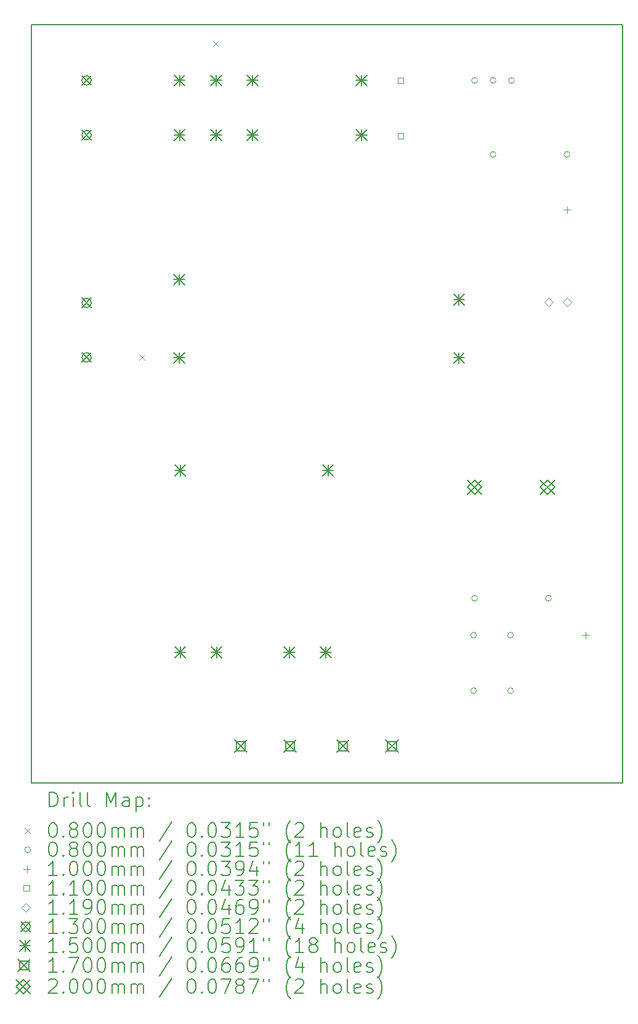
<source format=gbr>
%TF.GenerationSoftware,KiCad,Pcbnew,8.0.6*%
%TF.CreationDate,2025-03-07T13:31:51+01:00*%
%TF.ProjectId,Stromversorgung,5374726f-6d76-4657-9273-6f7267756e67,rev?*%
%TF.SameCoordinates,Original*%
%TF.FileFunction,Drillmap*%
%TF.FilePolarity,Positive*%
%FSLAX45Y45*%
G04 Gerber Fmt 4.5, Leading zero omitted, Abs format (unit mm)*
G04 Created by KiCad (PCBNEW 8.0.6) date 2025-03-07 13:31:51*
%MOMM*%
%LPD*%
G01*
G04 APERTURE LIST*
%ADD10C,0.200000*%
%ADD11C,0.100000*%
%ADD12C,0.110000*%
%ADD13C,0.119000*%
%ADD14C,0.130000*%
%ADD15C,0.150000*%
%ADD16C,0.170000*%
G04 APERTURE END LIST*
D10*
X6604000Y-3556000D02*
X14732000Y-3556000D01*
X14732000Y-13970000D01*
X6604000Y-13970000D01*
X6604000Y-3556000D01*
D11*
X8088000Y-8082000D02*
X8168000Y-8162000D01*
X8168000Y-8082000D02*
X8088000Y-8162000D01*
X9104000Y-3770000D02*
X9184000Y-3850000D01*
X9184000Y-3770000D02*
X9104000Y-3850000D01*
X12726000Y-11938000D02*
G75*
G02*
X12646000Y-11938000I-40000J0D01*
G01*
X12646000Y-11938000D02*
G75*
G02*
X12726000Y-11938000I40000J0D01*
G01*
X12726000Y-12700000D02*
G75*
G02*
X12646000Y-12700000I-40000J0D01*
G01*
X12646000Y-12700000D02*
G75*
G02*
X12726000Y-12700000I40000J0D01*
G01*
X12740000Y-4318000D02*
G75*
G02*
X12660000Y-4318000I-40000J0D01*
G01*
X12660000Y-4318000D02*
G75*
G02*
X12740000Y-4318000I40000J0D01*
G01*
X12740000Y-11430000D02*
G75*
G02*
X12660000Y-11430000I-40000J0D01*
G01*
X12660000Y-11430000D02*
G75*
G02*
X12740000Y-11430000I40000J0D01*
G01*
X12994000Y-4318000D02*
G75*
G02*
X12914000Y-4318000I-40000J0D01*
G01*
X12914000Y-4318000D02*
G75*
G02*
X12994000Y-4318000I40000J0D01*
G01*
X12994000Y-5334000D02*
G75*
G02*
X12914000Y-5334000I-40000J0D01*
G01*
X12914000Y-5334000D02*
G75*
G02*
X12994000Y-5334000I40000J0D01*
G01*
X13234000Y-11938000D02*
G75*
G02*
X13154000Y-11938000I-40000J0D01*
G01*
X13154000Y-11938000D02*
G75*
G02*
X13234000Y-11938000I40000J0D01*
G01*
X13234000Y-12700000D02*
G75*
G02*
X13154000Y-12700000I-40000J0D01*
G01*
X13154000Y-12700000D02*
G75*
G02*
X13234000Y-12700000I40000J0D01*
G01*
X13248000Y-4318000D02*
G75*
G02*
X13168000Y-4318000I-40000J0D01*
G01*
X13168000Y-4318000D02*
G75*
G02*
X13248000Y-4318000I40000J0D01*
G01*
X13756000Y-11430000D02*
G75*
G02*
X13676000Y-11430000I-40000J0D01*
G01*
X13676000Y-11430000D02*
G75*
G02*
X13756000Y-11430000I40000J0D01*
G01*
X14010000Y-5334000D02*
G75*
G02*
X13930000Y-5334000I-40000J0D01*
G01*
X13930000Y-5334000D02*
G75*
G02*
X14010000Y-5334000I40000J0D01*
G01*
X13970000Y-6046000D02*
X13970000Y-6146000D01*
X13920000Y-6096000D02*
X14020000Y-6096000D01*
X14224000Y-11888000D02*
X14224000Y-11988000D01*
X14174000Y-11938000D02*
X14274000Y-11938000D01*
D12*
X11722891Y-4356891D02*
X11722891Y-4279109D01*
X11645109Y-4279109D01*
X11645109Y-4356891D01*
X11722891Y-4356891D01*
X11722891Y-5118891D02*
X11722891Y-5041109D01*
X11645109Y-5041109D01*
X11645109Y-5118891D01*
X11722891Y-5118891D01*
D13*
X13716000Y-7425500D02*
X13775500Y-7366000D01*
X13716000Y-7306500D01*
X13656500Y-7366000D01*
X13716000Y-7425500D01*
X13970000Y-7425500D02*
X14029500Y-7366000D01*
X13970000Y-7306500D01*
X13910500Y-7366000D01*
X13970000Y-7425500D01*
D14*
X7301000Y-4253000D02*
X7431000Y-4383000D01*
X7431000Y-4253000D02*
X7301000Y-4383000D01*
X7431000Y-4318000D02*
G75*
G02*
X7301000Y-4318000I-65000J0D01*
G01*
X7301000Y-4318000D02*
G75*
G02*
X7431000Y-4318000I65000J0D01*
G01*
X7301000Y-5003000D02*
X7431000Y-5133000D01*
X7431000Y-5003000D02*
X7301000Y-5133000D01*
X7431000Y-5068000D02*
G75*
G02*
X7301000Y-5068000I-65000J0D01*
G01*
X7301000Y-5068000D02*
G75*
G02*
X7431000Y-5068000I65000J0D01*
G01*
X7301000Y-7307000D02*
X7431000Y-7437000D01*
X7431000Y-7307000D02*
X7301000Y-7437000D01*
X7431000Y-7372000D02*
G75*
G02*
X7301000Y-7372000I-65000J0D01*
G01*
X7301000Y-7372000D02*
G75*
G02*
X7431000Y-7372000I65000J0D01*
G01*
X7301000Y-8057000D02*
X7431000Y-8187000D01*
X7431000Y-8057000D02*
X7301000Y-8187000D01*
X7431000Y-8122000D02*
G75*
G02*
X7301000Y-8122000I-65000J0D01*
G01*
X7301000Y-8122000D02*
G75*
G02*
X7431000Y-8122000I65000J0D01*
G01*
D15*
X8561000Y-6978000D02*
X8711000Y-7128000D01*
X8711000Y-6978000D02*
X8561000Y-7128000D01*
X8636000Y-6978000D02*
X8636000Y-7128000D01*
X8561000Y-7053000D02*
X8711000Y-7053000D01*
X8561000Y-8053000D02*
X8711000Y-8203000D01*
X8711000Y-8053000D02*
X8561000Y-8203000D01*
X8636000Y-8053000D02*
X8636000Y-8203000D01*
X8561000Y-8128000D02*
X8711000Y-8128000D01*
X8569000Y-4243000D02*
X8719000Y-4393000D01*
X8719000Y-4243000D02*
X8569000Y-4393000D01*
X8644000Y-4243000D02*
X8644000Y-4393000D01*
X8569000Y-4318000D02*
X8719000Y-4318000D01*
X8569000Y-4993000D02*
X8719000Y-5143000D01*
X8719000Y-4993000D02*
X8569000Y-5143000D01*
X8644000Y-4993000D02*
X8644000Y-5143000D01*
X8569000Y-5068000D02*
X8719000Y-5068000D01*
X8577000Y-9597000D02*
X8727000Y-9747000D01*
X8727000Y-9597000D02*
X8577000Y-9747000D01*
X8652000Y-9597000D02*
X8652000Y-9747000D01*
X8577000Y-9672000D02*
X8727000Y-9672000D01*
X8577000Y-12097000D02*
X8727000Y-12247000D01*
X8727000Y-12097000D02*
X8577000Y-12247000D01*
X8652000Y-12097000D02*
X8652000Y-12247000D01*
X8577000Y-12172000D02*
X8727000Y-12172000D01*
X9069000Y-4243000D02*
X9219000Y-4393000D01*
X9219000Y-4243000D02*
X9069000Y-4393000D01*
X9144000Y-4243000D02*
X9144000Y-4393000D01*
X9069000Y-4318000D02*
X9219000Y-4318000D01*
X9069000Y-4993000D02*
X9219000Y-5143000D01*
X9219000Y-4993000D02*
X9069000Y-5143000D01*
X9144000Y-4993000D02*
X9144000Y-5143000D01*
X9069000Y-5068000D02*
X9219000Y-5068000D01*
X9077000Y-12097000D02*
X9227000Y-12247000D01*
X9227000Y-12097000D02*
X9077000Y-12247000D01*
X9152000Y-12097000D02*
X9152000Y-12247000D01*
X9077000Y-12172000D02*
X9227000Y-12172000D01*
X9569000Y-4243000D02*
X9719000Y-4393000D01*
X9719000Y-4243000D02*
X9569000Y-4393000D01*
X9644000Y-4243000D02*
X9644000Y-4393000D01*
X9569000Y-4318000D02*
X9719000Y-4318000D01*
X9569000Y-4993000D02*
X9719000Y-5143000D01*
X9719000Y-4993000D02*
X9569000Y-5143000D01*
X9644000Y-4993000D02*
X9644000Y-5143000D01*
X9569000Y-5068000D02*
X9719000Y-5068000D01*
X10077000Y-12097000D02*
X10227000Y-12247000D01*
X10227000Y-12097000D02*
X10077000Y-12247000D01*
X10152000Y-12097000D02*
X10152000Y-12247000D01*
X10077000Y-12172000D02*
X10227000Y-12172000D01*
X10577000Y-12097000D02*
X10727000Y-12247000D01*
X10727000Y-12097000D02*
X10577000Y-12247000D01*
X10652000Y-12097000D02*
X10652000Y-12247000D01*
X10577000Y-12172000D02*
X10727000Y-12172000D01*
X10609000Y-9597000D02*
X10759000Y-9747000D01*
X10759000Y-9597000D02*
X10609000Y-9747000D01*
X10684000Y-9597000D02*
X10684000Y-9747000D01*
X10609000Y-9672000D02*
X10759000Y-9672000D01*
X11069000Y-4243000D02*
X11219000Y-4393000D01*
X11219000Y-4243000D02*
X11069000Y-4393000D01*
X11144000Y-4243000D02*
X11144000Y-4393000D01*
X11069000Y-4318000D02*
X11219000Y-4318000D01*
X11069000Y-4993000D02*
X11219000Y-5143000D01*
X11219000Y-4993000D02*
X11069000Y-5143000D01*
X11144000Y-4993000D02*
X11144000Y-5143000D01*
X11069000Y-5068000D02*
X11219000Y-5068000D01*
X12411000Y-7253000D02*
X12561000Y-7403000D01*
X12561000Y-7253000D02*
X12411000Y-7403000D01*
X12486000Y-7253000D02*
X12486000Y-7403000D01*
X12411000Y-7328000D02*
X12561000Y-7328000D01*
X12411000Y-8053000D02*
X12561000Y-8203000D01*
X12561000Y-8053000D02*
X12411000Y-8203000D01*
X12486000Y-8053000D02*
X12486000Y-8203000D01*
X12411000Y-8128000D02*
X12561000Y-8128000D01*
D16*
X9399000Y-13377000D02*
X9569000Y-13547000D01*
X9569000Y-13377000D02*
X9399000Y-13547000D01*
X9544105Y-13522105D02*
X9544105Y-13401895D01*
X9423895Y-13401895D01*
X9423895Y-13522105D01*
X9544105Y-13522105D01*
X10075000Y-13377000D02*
X10245000Y-13547000D01*
X10245000Y-13377000D02*
X10075000Y-13547000D01*
X10220105Y-13522105D02*
X10220105Y-13401895D01*
X10099895Y-13401895D01*
X10099895Y-13522105D01*
X10220105Y-13522105D01*
X10803000Y-13377000D02*
X10973000Y-13547000D01*
X10973000Y-13377000D02*
X10803000Y-13547000D01*
X10948105Y-13522105D02*
X10948105Y-13401895D01*
X10827895Y-13401895D01*
X10827895Y-13522105D01*
X10948105Y-13522105D01*
X11479000Y-13377000D02*
X11649000Y-13547000D01*
X11649000Y-13377000D02*
X11479000Y-13547000D01*
X11624105Y-13522105D02*
X11624105Y-13401895D01*
X11503895Y-13401895D01*
X11503895Y-13522105D01*
X11624105Y-13522105D01*
D10*
X12600000Y-9806000D02*
X12800000Y-10006000D01*
X12800000Y-9806000D02*
X12600000Y-10006000D01*
X12700000Y-10006000D02*
X12800000Y-9906000D01*
X12700000Y-9806000D01*
X12600000Y-9906000D01*
X12700000Y-10006000D01*
X13600000Y-9806000D02*
X13800000Y-10006000D01*
X13800000Y-9806000D02*
X13600000Y-10006000D01*
X13700000Y-10006000D02*
X13800000Y-9906000D01*
X13700000Y-9806000D01*
X13600000Y-9906000D01*
X13700000Y-10006000D01*
X6854777Y-14291484D02*
X6854777Y-14091484D01*
X6854777Y-14091484D02*
X6902396Y-14091484D01*
X6902396Y-14091484D02*
X6930967Y-14101008D01*
X6930967Y-14101008D02*
X6950015Y-14120055D01*
X6950015Y-14120055D02*
X6959539Y-14139103D01*
X6959539Y-14139103D02*
X6969062Y-14177198D01*
X6969062Y-14177198D02*
X6969062Y-14205769D01*
X6969062Y-14205769D02*
X6959539Y-14243865D01*
X6959539Y-14243865D02*
X6950015Y-14262912D01*
X6950015Y-14262912D02*
X6930967Y-14281960D01*
X6930967Y-14281960D02*
X6902396Y-14291484D01*
X6902396Y-14291484D02*
X6854777Y-14291484D01*
X7054777Y-14291484D02*
X7054777Y-14158150D01*
X7054777Y-14196246D02*
X7064301Y-14177198D01*
X7064301Y-14177198D02*
X7073824Y-14167674D01*
X7073824Y-14167674D02*
X7092872Y-14158150D01*
X7092872Y-14158150D02*
X7111920Y-14158150D01*
X7178586Y-14291484D02*
X7178586Y-14158150D01*
X7178586Y-14091484D02*
X7169062Y-14101008D01*
X7169062Y-14101008D02*
X7178586Y-14110531D01*
X7178586Y-14110531D02*
X7188110Y-14101008D01*
X7188110Y-14101008D02*
X7178586Y-14091484D01*
X7178586Y-14091484D02*
X7178586Y-14110531D01*
X7302396Y-14291484D02*
X7283348Y-14281960D01*
X7283348Y-14281960D02*
X7273824Y-14262912D01*
X7273824Y-14262912D02*
X7273824Y-14091484D01*
X7407158Y-14291484D02*
X7388110Y-14281960D01*
X7388110Y-14281960D02*
X7378586Y-14262912D01*
X7378586Y-14262912D02*
X7378586Y-14091484D01*
X7635729Y-14291484D02*
X7635729Y-14091484D01*
X7635729Y-14091484D02*
X7702396Y-14234341D01*
X7702396Y-14234341D02*
X7769062Y-14091484D01*
X7769062Y-14091484D02*
X7769062Y-14291484D01*
X7950015Y-14291484D02*
X7950015Y-14186722D01*
X7950015Y-14186722D02*
X7940491Y-14167674D01*
X7940491Y-14167674D02*
X7921443Y-14158150D01*
X7921443Y-14158150D02*
X7883348Y-14158150D01*
X7883348Y-14158150D02*
X7864301Y-14167674D01*
X7950015Y-14281960D02*
X7930967Y-14291484D01*
X7930967Y-14291484D02*
X7883348Y-14291484D01*
X7883348Y-14291484D02*
X7864301Y-14281960D01*
X7864301Y-14281960D02*
X7854777Y-14262912D01*
X7854777Y-14262912D02*
X7854777Y-14243865D01*
X7854777Y-14243865D02*
X7864301Y-14224817D01*
X7864301Y-14224817D02*
X7883348Y-14215293D01*
X7883348Y-14215293D02*
X7930967Y-14215293D01*
X7930967Y-14215293D02*
X7950015Y-14205769D01*
X8045253Y-14158150D02*
X8045253Y-14358150D01*
X8045253Y-14167674D02*
X8064301Y-14158150D01*
X8064301Y-14158150D02*
X8102396Y-14158150D01*
X8102396Y-14158150D02*
X8121443Y-14167674D01*
X8121443Y-14167674D02*
X8130967Y-14177198D01*
X8130967Y-14177198D02*
X8140491Y-14196246D01*
X8140491Y-14196246D02*
X8140491Y-14253388D01*
X8140491Y-14253388D02*
X8130967Y-14272436D01*
X8130967Y-14272436D02*
X8121443Y-14281960D01*
X8121443Y-14281960D02*
X8102396Y-14291484D01*
X8102396Y-14291484D02*
X8064301Y-14291484D01*
X8064301Y-14291484D02*
X8045253Y-14281960D01*
X8226205Y-14272436D02*
X8235729Y-14281960D01*
X8235729Y-14281960D02*
X8226205Y-14291484D01*
X8226205Y-14291484D02*
X8216682Y-14281960D01*
X8216682Y-14281960D02*
X8226205Y-14272436D01*
X8226205Y-14272436D02*
X8226205Y-14291484D01*
X8226205Y-14167674D02*
X8235729Y-14177198D01*
X8235729Y-14177198D02*
X8226205Y-14186722D01*
X8226205Y-14186722D02*
X8216682Y-14177198D01*
X8216682Y-14177198D02*
X8226205Y-14167674D01*
X8226205Y-14167674D02*
X8226205Y-14186722D01*
D11*
X6514000Y-14580000D02*
X6594000Y-14660000D01*
X6594000Y-14580000D02*
X6514000Y-14660000D01*
D10*
X6892872Y-14511484D02*
X6911920Y-14511484D01*
X6911920Y-14511484D02*
X6930967Y-14521008D01*
X6930967Y-14521008D02*
X6940491Y-14530531D01*
X6940491Y-14530531D02*
X6950015Y-14549579D01*
X6950015Y-14549579D02*
X6959539Y-14587674D01*
X6959539Y-14587674D02*
X6959539Y-14635293D01*
X6959539Y-14635293D02*
X6950015Y-14673388D01*
X6950015Y-14673388D02*
X6940491Y-14692436D01*
X6940491Y-14692436D02*
X6930967Y-14701960D01*
X6930967Y-14701960D02*
X6911920Y-14711484D01*
X6911920Y-14711484D02*
X6892872Y-14711484D01*
X6892872Y-14711484D02*
X6873824Y-14701960D01*
X6873824Y-14701960D02*
X6864301Y-14692436D01*
X6864301Y-14692436D02*
X6854777Y-14673388D01*
X6854777Y-14673388D02*
X6845253Y-14635293D01*
X6845253Y-14635293D02*
X6845253Y-14587674D01*
X6845253Y-14587674D02*
X6854777Y-14549579D01*
X6854777Y-14549579D02*
X6864301Y-14530531D01*
X6864301Y-14530531D02*
X6873824Y-14521008D01*
X6873824Y-14521008D02*
X6892872Y-14511484D01*
X7045253Y-14692436D02*
X7054777Y-14701960D01*
X7054777Y-14701960D02*
X7045253Y-14711484D01*
X7045253Y-14711484D02*
X7035729Y-14701960D01*
X7035729Y-14701960D02*
X7045253Y-14692436D01*
X7045253Y-14692436D02*
X7045253Y-14711484D01*
X7169062Y-14597198D02*
X7150015Y-14587674D01*
X7150015Y-14587674D02*
X7140491Y-14578150D01*
X7140491Y-14578150D02*
X7130967Y-14559103D01*
X7130967Y-14559103D02*
X7130967Y-14549579D01*
X7130967Y-14549579D02*
X7140491Y-14530531D01*
X7140491Y-14530531D02*
X7150015Y-14521008D01*
X7150015Y-14521008D02*
X7169062Y-14511484D01*
X7169062Y-14511484D02*
X7207158Y-14511484D01*
X7207158Y-14511484D02*
X7226205Y-14521008D01*
X7226205Y-14521008D02*
X7235729Y-14530531D01*
X7235729Y-14530531D02*
X7245253Y-14549579D01*
X7245253Y-14549579D02*
X7245253Y-14559103D01*
X7245253Y-14559103D02*
X7235729Y-14578150D01*
X7235729Y-14578150D02*
X7226205Y-14587674D01*
X7226205Y-14587674D02*
X7207158Y-14597198D01*
X7207158Y-14597198D02*
X7169062Y-14597198D01*
X7169062Y-14597198D02*
X7150015Y-14606722D01*
X7150015Y-14606722D02*
X7140491Y-14616246D01*
X7140491Y-14616246D02*
X7130967Y-14635293D01*
X7130967Y-14635293D02*
X7130967Y-14673388D01*
X7130967Y-14673388D02*
X7140491Y-14692436D01*
X7140491Y-14692436D02*
X7150015Y-14701960D01*
X7150015Y-14701960D02*
X7169062Y-14711484D01*
X7169062Y-14711484D02*
X7207158Y-14711484D01*
X7207158Y-14711484D02*
X7226205Y-14701960D01*
X7226205Y-14701960D02*
X7235729Y-14692436D01*
X7235729Y-14692436D02*
X7245253Y-14673388D01*
X7245253Y-14673388D02*
X7245253Y-14635293D01*
X7245253Y-14635293D02*
X7235729Y-14616246D01*
X7235729Y-14616246D02*
X7226205Y-14606722D01*
X7226205Y-14606722D02*
X7207158Y-14597198D01*
X7369062Y-14511484D02*
X7388110Y-14511484D01*
X7388110Y-14511484D02*
X7407158Y-14521008D01*
X7407158Y-14521008D02*
X7416682Y-14530531D01*
X7416682Y-14530531D02*
X7426205Y-14549579D01*
X7426205Y-14549579D02*
X7435729Y-14587674D01*
X7435729Y-14587674D02*
X7435729Y-14635293D01*
X7435729Y-14635293D02*
X7426205Y-14673388D01*
X7426205Y-14673388D02*
X7416682Y-14692436D01*
X7416682Y-14692436D02*
X7407158Y-14701960D01*
X7407158Y-14701960D02*
X7388110Y-14711484D01*
X7388110Y-14711484D02*
X7369062Y-14711484D01*
X7369062Y-14711484D02*
X7350015Y-14701960D01*
X7350015Y-14701960D02*
X7340491Y-14692436D01*
X7340491Y-14692436D02*
X7330967Y-14673388D01*
X7330967Y-14673388D02*
X7321443Y-14635293D01*
X7321443Y-14635293D02*
X7321443Y-14587674D01*
X7321443Y-14587674D02*
X7330967Y-14549579D01*
X7330967Y-14549579D02*
X7340491Y-14530531D01*
X7340491Y-14530531D02*
X7350015Y-14521008D01*
X7350015Y-14521008D02*
X7369062Y-14511484D01*
X7559539Y-14511484D02*
X7578586Y-14511484D01*
X7578586Y-14511484D02*
X7597634Y-14521008D01*
X7597634Y-14521008D02*
X7607158Y-14530531D01*
X7607158Y-14530531D02*
X7616682Y-14549579D01*
X7616682Y-14549579D02*
X7626205Y-14587674D01*
X7626205Y-14587674D02*
X7626205Y-14635293D01*
X7626205Y-14635293D02*
X7616682Y-14673388D01*
X7616682Y-14673388D02*
X7607158Y-14692436D01*
X7607158Y-14692436D02*
X7597634Y-14701960D01*
X7597634Y-14701960D02*
X7578586Y-14711484D01*
X7578586Y-14711484D02*
X7559539Y-14711484D01*
X7559539Y-14711484D02*
X7540491Y-14701960D01*
X7540491Y-14701960D02*
X7530967Y-14692436D01*
X7530967Y-14692436D02*
X7521443Y-14673388D01*
X7521443Y-14673388D02*
X7511920Y-14635293D01*
X7511920Y-14635293D02*
X7511920Y-14587674D01*
X7511920Y-14587674D02*
X7521443Y-14549579D01*
X7521443Y-14549579D02*
X7530967Y-14530531D01*
X7530967Y-14530531D02*
X7540491Y-14521008D01*
X7540491Y-14521008D02*
X7559539Y-14511484D01*
X7711920Y-14711484D02*
X7711920Y-14578150D01*
X7711920Y-14597198D02*
X7721443Y-14587674D01*
X7721443Y-14587674D02*
X7740491Y-14578150D01*
X7740491Y-14578150D02*
X7769063Y-14578150D01*
X7769063Y-14578150D02*
X7788110Y-14587674D01*
X7788110Y-14587674D02*
X7797634Y-14606722D01*
X7797634Y-14606722D02*
X7797634Y-14711484D01*
X7797634Y-14606722D02*
X7807158Y-14587674D01*
X7807158Y-14587674D02*
X7826205Y-14578150D01*
X7826205Y-14578150D02*
X7854777Y-14578150D01*
X7854777Y-14578150D02*
X7873824Y-14587674D01*
X7873824Y-14587674D02*
X7883348Y-14606722D01*
X7883348Y-14606722D02*
X7883348Y-14711484D01*
X7978586Y-14711484D02*
X7978586Y-14578150D01*
X7978586Y-14597198D02*
X7988110Y-14587674D01*
X7988110Y-14587674D02*
X8007158Y-14578150D01*
X8007158Y-14578150D02*
X8035729Y-14578150D01*
X8035729Y-14578150D02*
X8054777Y-14587674D01*
X8054777Y-14587674D02*
X8064301Y-14606722D01*
X8064301Y-14606722D02*
X8064301Y-14711484D01*
X8064301Y-14606722D02*
X8073824Y-14587674D01*
X8073824Y-14587674D02*
X8092872Y-14578150D01*
X8092872Y-14578150D02*
X8121443Y-14578150D01*
X8121443Y-14578150D02*
X8140491Y-14587674D01*
X8140491Y-14587674D02*
X8150015Y-14606722D01*
X8150015Y-14606722D02*
X8150015Y-14711484D01*
X8540491Y-14501960D02*
X8369063Y-14759103D01*
X8797634Y-14511484D02*
X8816682Y-14511484D01*
X8816682Y-14511484D02*
X8835729Y-14521008D01*
X8835729Y-14521008D02*
X8845253Y-14530531D01*
X8845253Y-14530531D02*
X8854777Y-14549579D01*
X8854777Y-14549579D02*
X8864301Y-14587674D01*
X8864301Y-14587674D02*
X8864301Y-14635293D01*
X8864301Y-14635293D02*
X8854777Y-14673388D01*
X8854777Y-14673388D02*
X8845253Y-14692436D01*
X8845253Y-14692436D02*
X8835729Y-14701960D01*
X8835729Y-14701960D02*
X8816682Y-14711484D01*
X8816682Y-14711484D02*
X8797634Y-14711484D01*
X8797634Y-14711484D02*
X8778587Y-14701960D01*
X8778587Y-14701960D02*
X8769063Y-14692436D01*
X8769063Y-14692436D02*
X8759539Y-14673388D01*
X8759539Y-14673388D02*
X8750015Y-14635293D01*
X8750015Y-14635293D02*
X8750015Y-14587674D01*
X8750015Y-14587674D02*
X8759539Y-14549579D01*
X8759539Y-14549579D02*
X8769063Y-14530531D01*
X8769063Y-14530531D02*
X8778587Y-14521008D01*
X8778587Y-14521008D02*
X8797634Y-14511484D01*
X8950015Y-14692436D02*
X8959539Y-14701960D01*
X8959539Y-14701960D02*
X8950015Y-14711484D01*
X8950015Y-14711484D02*
X8940491Y-14701960D01*
X8940491Y-14701960D02*
X8950015Y-14692436D01*
X8950015Y-14692436D02*
X8950015Y-14711484D01*
X9083348Y-14511484D02*
X9102396Y-14511484D01*
X9102396Y-14511484D02*
X9121444Y-14521008D01*
X9121444Y-14521008D02*
X9130968Y-14530531D01*
X9130968Y-14530531D02*
X9140491Y-14549579D01*
X9140491Y-14549579D02*
X9150015Y-14587674D01*
X9150015Y-14587674D02*
X9150015Y-14635293D01*
X9150015Y-14635293D02*
X9140491Y-14673388D01*
X9140491Y-14673388D02*
X9130968Y-14692436D01*
X9130968Y-14692436D02*
X9121444Y-14701960D01*
X9121444Y-14701960D02*
X9102396Y-14711484D01*
X9102396Y-14711484D02*
X9083348Y-14711484D01*
X9083348Y-14711484D02*
X9064301Y-14701960D01*
X9064301Y-14701960D02*
X9054777Y-14692436D01*
X9054777Y-14692436D02*
X9045253Y-14673388D01*
X9045253Y-14673388D02*
X9035729Y-14635293D01*
X9035729Y-14635293D02*
X9035729Y-14587674D01*
X9035729Y-14587674D02*
X9045253Y-14549579D01*
X9045253Y-14549579D02*
X9054777Y-14530531D01*
X9054777Y-14530531D02*
X9064301Y-14521008D01*
X9064301Y-14521008D02*
X9083348Y-14511484D01*
X9216682Y-14511484D02*
X9340491Y-14511484D01*
X9340491Y-14511484D02*
X9273825Y-14587674D01*
X9273825Y-14587674D02*
X9302396Y-14587674D01*
X9302396Y-14587674D02*
X9321444Y-14597198D01*
X9321444Y-14597198D02*
X9330968Y-14606722D01*
X9330968Y-14606722D02*
X9340491Y-14625769D01*
X9340491Y-14625769D02*
X9340491Y-14673388D01*
X9340491Y-14673388D02*
X9330968Y-14692436D01*
X9330968Y-14692436D02*
X9321444Y-14701960D01*
X9321444Y-14701960D02*
X9302396Y-14711484D01*
X9302396Y-14711484D02*
X9245253Y-14711484D01*
X9245253Y-14711484D02*
X9226206Y-14701960D01*
X9226206Y-14701960D02*
X9216682Y-14692436D01*
X9530968Y-14711484D02*
X9416682Y-14711484D01*
X9473825Y-14711484D02*
X9473825Y-14511484D01*
X9473825Y-14511484D02*
X9454777Y-14540055D01*
X9454777Y-14540055D02*
X9435729Y-14559103D01*
X9435729Y-14559103D02*
X9416682Y-14568627D01*
X9711920Y-14511484D02*
X9616682Y-14511484D01*
X9616682Y-14511484D02*
X9607158Y-14606722D01*
X9607158Y-14606722D02*
X9616682Y-14597198D01*
X9616682Y-14597198D02*
X9635729Y-14587674D01*
X9635729Y-14587674D02*
X9683349Y-14587674D01*
X9683349Y-14587674D02*
X9702396Y-14597198D01*
X9702396Y-14597198D02*
X9711920Y-14606722D01*
X9711920Y-14606722D02*
X9721444Y-14625769D01*
X9721444Y-14625769D02*
X9721444Y-14673388D01*
X9721444Y-14673388D02*
X9711920Y-14692436D01*
X9711920Y-14692436D02*
X9702396Y-14701960D01*
X9702396Y-14701960D02*
X9683349Y-14711484D01*
X9683349Y-14711484D02*
X9635729Y-14711484D01*
X9635729Y-14711484D02*
X9616682Y-14701960D01*
X9616682Y-14701960D02*
X9607158Y-14692436D01*
X9797634Y-14511484D02*
X9797634Y-14549579D01*
X9873825Y-14511484D02*
X9873825Y-14549579D01*
X10169063Y-14787674D02*
X10159539Y-14778150D01*
X10159539Y-14778150D02*
X10140491Y-14749579D01*
X10140491Y-14749579D02*
X10130968Y-14730531D01*
X10130968Y-14730531D02*
X10121444Y-14701960D01*
X10121444Y-14701960D02*
X10111920Y-14654341D01*
X10111920Y-14654341D02*
X10111920Y-14616246D01*
X10111920Y-14616246D02*
X10121444Y-14568627D01*
X10121444Y-14568627D02*
X10130968Y-14540055D01*
X10130968Y-14540055D02*
X10140491Y-14521008D01*
X10140491Y-14521008D02*
X10159539Y-14492436D01*
X10159539Y-14492436D02*
X10169063Y-14482912D01*
X10235730Y-14530531D02*
X10245253Y-14521008D01*
X10245253Y-14521008D02*
X10264301Y-14511484D01*
X10264301Y-14511484D02*
X10311920Y-14511484D01*
X10311920Y-14511484D02*
X10330968Y-14521008D01*
X10330968Y-14521008D02*
X10340491Y-14530531D01*
X10340491Y-14530531D02*
X10350015Y-14549579D01*
X10350015Y-14549579D02*
X10350015Y-14568627D01*
X10350015Y-14568627D02*
X10340491Y-14597198D01*
X10340491Y-14597198D02*
X10226206Y-14711484D01*
X10226206Y-14711484D02*
X10350015Y-14711484D01*
X10588111Y-14711484D02*
X10588111Y-14511484D01*
X10673825Y-14711484D02*
X10673825Y-14606722D01*
X10673825Y-14606722D02*
X10664301Y-14587674D01*
X10664301Y-14587674D02*
X10645253Y-14578150D01*
X10645253Y-14578150D02*
X10616682Y-14578150D01*
X10616682Y-14578150D02*
X10597634Y-14587674D01*
X10597634Y-14587674D02*
X10588111Y-14597198D01*
X10797634Y-14711484D02*
X10778587Y-14701960D01*
X10778587Y-14701960D02*
X10769063Y-14692436D01*
X10769063Y-14692436D02*
X10759539Y-14673388D01*
X10759539Y-14673388D02*
X10759539Y-14616246D01*
X10759539Y-14616246D02*
X10769063Y-14597198D01*
X10769063Y-14597198D02*
X10778587Y-14587674D01*
X10778587Y-14587674D02*
X10797634Y-14578150D01*
X10797634Y-14578150D02*
X10826206Y-14578150D01*
X10826206Y-14578150D02*
X10845253Y-14587674D01*
X10845253Y-14587674D02*
X10854777Y-14597198D01*
X10854777Y-14597198D02*
X10864301Y-14616246D01*
X10864301Y-14616246D02*
X10864301Y-14673388D01*
X10864301Y-14673388D02*
X10854777Y-14692436D01*
X10854777Y-14692436D02*
X10845253Y-14701960D01*
X10845253Y-14701960D02*
X10826206Y-14711484D01*
X10826206Y-14711484D02*
X10797634Y-14711484D01*
X10978587Y-14711484D02*
X10959539Y-14701960D01*
X10959539Y-14701960D02*
X10950015Y-14682912D01*
X10950015Y-14682912D02*
X10950015Y-14511484D01*
X11130968Y-14701960D02*
X11111920Y-14711484D01*
X11111920Y-14711484D02*
X11073825Y-14711484D01*
X11073825Y-14711484D02*
X11054777Y-14701960D01*
X11054777Y-14701960D02*
X11045253Y-14682912D01*
X11045253Y-14682912D02*
X11045253Y-14606722D01*
X11045253Y-14606722D02*
X11054777Y-14587674D01*
X11054777Y-14587674D02*
X11073825Y-14578150D01*
X11073825Y-14578150D02*
X11111920Y-14578150D01*
X11111920Y-14578150D02*
X11130968Y-14587674D01*
X11130968Y-14587674D02*
X11140492Y-14606722D01*
X11140492Y-14606722D02*
X11140492Y-14625769D01*
X11140492Y-14625769D02*
X11045253Y-14644817D01*
X11216682Y-14701960D02*
X11235730Y-14711484D01*
X11235730Y-14711484D02*
X11273825Y-14711484D01*
X11273825Y-14711484D02*
X11292872Y-14701960D01*
X11292872Y-14701960D02*
X11302396Y-14682912D01*
X11302396Y-14682912D02*
X11302396Y-14673388D01*
X11302396Y-14673388D02*
X11292872Y-14654341D01*
X11292872Y-14654341D02*
X11273825Y-14644817D01*
X11273825Y-14644817D02*
X11245253Y-14644817D01*
X11245253Y-14644817D02*
X11226206Y-14635293D01*
X11226206Y-14635293D02*
X11216682Y-14616246D01*
X11216682Y-14616246D02*
X11216682Y-14606722D01*
X11216682Y-14606722D02*
X11226206Y-14587674D01*
X11226206Y-14587674D02*
X11245253Y-14578150D01*
X11245253Y-14578150D02*
X11273825Y-14578150D01*
X11273825Y-14578150D02*
X11292872Y-14587674D01*
X11369063Y-14787674D02*
X11378587Y-14778150D01*
X11378587Y-14778150D02*
X11397634Y-14749579D01*
X11397634Y-14749579D02*
X11407158Y-14730531D01*
X11407158Y-14730531D02*
X11416682Y-14701960D01*
X11416682Y-14701960D02*
X11426206Y-14654341D01*
X11426206Y-14654341D02*
X11426206Y-14616246D01*
X11426206Y-14616246D02*
X11416682Y-14568627D01*
X11416682Y-14568627D02*
X11407158Y-14540055D01*
X11407158Y-14540055D02*
X11397634Y-14521008D01*
X11397634Y-14521008D02*
X11378587Y-14492436D01*
X11378587Y-14492436D02*
X11369063Y-14482912D01*
D11*
X6594000Y-14884000D02*
G75*
G02*
X6514000Y-14884000I-40000J0D01*
G01*
X6514000Y-14884000D02*
G75*
G02*
X6594000Y-14884000I40000J0D01*
G01*
D10*
X6892872Y-14775484D02*
X6911920Y-14775484D01*
X6911920Y-14775484D02*
X6930967Y-14785008D01*
X6930967Y-14785008D02*
X6940491Y-14794531D01*
X6940491Y-14794531D02*
X6950015Y-14813579D01*
X6950015Y-14813579D02*
X6959539Y-14851674D01*
X6959539Y-14851674D02*
X6959539Y-14899293D01*
X6959539Y-14899293D02*
X6950015Y-14937388D01*
X6950015Y-14937388D02*
X6940491Y-14956436D01*
X6940491Y-14956436D02*
X6930967Y-14965960D01*
X6930967Y-14965960D02*
X6911920Y-14975484D01*
X6911920Y-14975484D02*
X6892872Y-14975484D01*
X6892872Y-14975484D02*
X6873824Y-14965960D01*
X6873824Y-14965960D02*
X6864301Y-14956436D01*
X6864301Y-14956436D02*
X6854777Y-14937388D01*
X6854777Y-14937388D02*
X6845253Y-14899293D01*
X6845253Y-14899293D02*
X6845253Y-14851674D01*
X6845253Y-14851674D02*
X6854777Y-14813579D01*
X6854777Y-14813579D02*
X6864301Y-14794531D01*
X6864301Y-14794531D02*
X6873824Y-14785008D01*
X6873824Y-14785008D02*
X6892872Y-14775484D01*
X7045253Y-14956436D02*
X7054777Y-14965960D01*
X7054777Y-14965960D02*
X7045253Y-14975484D01*
X7045253Y-14975484D02*
X7035729Y-14965960D01*
X7035729Y-14965960D02*
X7045253Y-14956436D01*
X7045253Y-14956436D02*
X7045253Y-14975484D01*
X7169062Y-14861198D02*
X7150015Y-14851674D01*
X7150015Y-14851674D02*
X7140491Y-14842150D01*
X7140491Y-14842150D02*
X7130967Y-14823103D01*
X7130967Y-14823103D02*
X7130967Y-14813579D01*
X7130967Y-14813579D02*
X7140491Y-14794531D01*
X7140491Y-14794531D02*
X7150015Y-14785008D01*
X7150015Y-14785008D02*
X7169062Y-14775484D01*
X7169062Y-14775484D02*
X7207158Y-14775484D01*
X7207158Y-14775484D02*
X7226205Y-14785008D01*
X7226205Y-14785008D02*
X7235729Y-14794531D01*
X7235729Y-14794531D02*
X7245253Y-14813579D01*
X7245253Y-14813579D02*
X7245253Y-14823103D01*
X7245253Y-14823103D02*
X7235729Y-14842150D01*
X7235729Y-14842150D02*
X7226205Y-14851674D01*
X7226205Y-14851674D02*
X7207158Y-14861198D01*
X7207158Y-14861198D02*
X7169062Y-14861198D01*
X7169062Y-14861198D02*
X7150015Y-14870722D01*
X7150015Y-14870722D02*
X7140491Y-14880246D01*
X7140491Y-14880246D02*
X7130967Y-14899293D01*
X7130967Y-14899293D02*
X7130967Y-14937388D01*
X7130967Y-14937388D02*
X7140491Y-14956436D01*
X7140491Y-14956436D02*
X7150015Y-14965960D01*
X7150015Y-14965960D02*
X7169062Y-14975484D01*
X7169062Y-14975484D02*
X7207158Y-14975484D01*
X7207158Y-14975484D02*
X7226205Y-14965960D01*
X7226205Y-14965960D02*
X7235729Y-14956436D01*
X7235729Y-14956436D02*
X7245253Y-14937388D01*
X7245253Y-14937388D02*
X7245253Y-14899293D01*
X7245253Y-14899293D02*
X7235729Y-14880246D01*
X7235729Y-14880246D02*
X7226205Y-14870722D01*
X7226205Y-14870722D02*
X7207158Y-14861198D01*
X7369062Y-14775484D02*
X7388110Y-14775484D01*
X7388110Y-14775484D02*
X7407158Y-14785008D01*
X7407158Y-14785008D02*
X7416682Y-14794531D01*
X7416682Y-14794531D02*
X7426205Y-14813579D01*
X7426205Y-14813579D02*
X7435729Y-14851674D01*
X7435729Y-14851674D02*
X7435729Y-14899293D01*
X7435729Y-14899293D02*
X7426205Y-14937388D01*
X7426205Y-14937388D02*
X7416682Y-14956436D01*
X7416682Y-14956436D02*
X7407158Y-14965960D01*
X7407158Y-14965960D02*
X7388110Y-14975484D01*
X7388110Y-14975484D02*
X7369062Y-14975484D01*
X7369062Y-14975484D02*
X7350015Y-14965960D01*
X7350015Y-14965960D02*
X7340491Y-14956436D01*
X7340491Y-14956436D02*
X7330967Y-14937388D01*
X7330967Y-14937388D02*
X7321443Y-14899293D01*
X7321443Y-14899293D02*
X7321443Y-14851674D01*
X7321443Y-14851674D02*
X7330967Y-14813579D01*
X7330967Y-14813579D02*
X7340491Y-14794531D01*
X7340491Y-14794531D02*
X7350015Y-14785008D01*
X7350015Y-14785008D02*
X7369062Y-14775484D01*
X7559539Y-14775484D02*
X7578586Y-14775484D01*
X7578586Y-14775484D02*
X7597634Y-14785008D01*
X7597634Y-14785008D02*
X7607158Y-14794531D01*
X7607158Y-14794531D02*
X7616682Y-14813579D01*
X7616682Y-14813579D02*
X7626205Y-14851674D01*
X7626205Y-14851674D02*
X7626205Y-14899293D01*
X7626205Y-14899293D02*
X7616682Y-14937388D01*
X7616682Y-14937388D02*
X7607158Y-14956436D01*
X7607158Y-14956436D02*
X7597634Y-14965960D01*
X7597634Y-14965960D02*
X7578586Y-14975484D01*
X7578586Y-14975484D02*
X7559539Y-14975484D01*
X7559539Y-14975484D02*
X7540491Y-14965960D01*
X7540491Y-14965960D02*
X7530967Y-14956436D01*
X7530967Y-14956436D02*
X7521443Y-14937388D01*
X7521443Y-14937388D02*
X7511920Y-14899293D01*
X7511920Y-14899293D02*
X7511920Y-14851674D01*
X7511920Y-14851674D02*
X7521443Y-14813579D01*
X7521443Y-14813579D02*
X7530967Y-14794531D01*
X7530967Y-14794531D02*
X7540491Y-14785008D01*
X7540491Y-14785008D02*
X7559539Y-14775484D01*
X7711920Y-14975484D02*
X7711920Y-14842150D01*
X7711920Y-14861198D02*
X7721443Y-14851674D01*
X7721443Y-14851674D02*
X7740491Y-14842150D01*
X7740491Y-14842150D02*
X7769063Y-14842150D01*
X7769063Y-14842150D02*
X7788110Y-14851674D01*
X7788110Y-14851674D02*
X7797634Y-14870722D01*
X7797634Y-14870722D02*
X7797634Y-14975484D01*
X7797634Y-14870722D02*
X7807158Y-14851674D01*
X7807158Y-14851674D02*
X7826205Y-14842150D01*
X7826205Y-14842150D02*
X7854777Y-14842150D01*
X7854777Y-14842150D02*
X7873824Y-14851674D01*
X7873824Y-14851674D02*
X7883348Y-14870722D01*
X7883348Y-14870722D02*
X7883348Y-14975484D01*
X7978586Y-14975484D02*
X7978586Y-14842150D01*
X7978586Y-14861198D02*
X7988110Y-14851674D01*
X7988110Y-14851674D02*
X8007158Y-14842150D01*
X8007158Y-14842150D02*
X8035729Y-14842150D01*
X8035729Y-14842150D02*
X8054777Y-14851674D01*
X8054777Y-14851674D02*
X8064301Y-14870722D01*
X8064301Y-14870722D02*
X8064301Y-14975484D01*
X8064301Y-14870722D02*
X8073824Y-14851674D01*
X8073824Y-14851674D02*
X8092872Y-14842150D01*
X8092872Y-14842150D02*
X8121443Y-14842150D01*
X8121443Y-14842150D02*
X8140491Y-14851674D01*
X8140491Y-14851674D02*
X8150015Y-14870722D01*
X8150015Y-14870722D02*
X8150015Y-14975484D01*
X8540491Y-14765960D02*
X8369063Y-15023103D01*
X8797634Y-14775484D02*
X8816682Y-14775484D01*
X8816682Y-14775484D02*
X8835729Y-14785008D01*
X8835729Y-14785008D02*
X8845253Y-14794531D01*
X8845253Y-14794531D02*
X8854777Y-14813579D01*
X8854777Y-14813579D02*
X8864301Y-14851674D01*
X8864301Y-14851674D02*
X8864301Y-14899293D01*
X8864301Y-14899293D02*
X8854777Y-14937388D01*
X8854777Y-14937388D02*
X8845253Y-14956436D01*
X8845253Y-14956436D02*
X8835729Y-14965960D01*
X8835729Y-14965960D02*
X8816682Y-14975484D01*
X8816682Y-14975484D02*
X8797634Y-14975484D01*
X8797634Y-14975484D02*
X8778587Y-14965960D01*
X8778587Y-14965960D02*
X8769063Y-14956436D01*
X8769063Y-14956436D02*
X8759539Y-14937388D01*
X8759539Y-14937388D02*
X8750015Y-14899293D01*
X8750015Y-14899293D02*
X8750015Y-14851674D01*
X8750015Y-14851674D02*
X8759539Y-14813579D01*
X8759539Y-14813579D02*
X8769063Y-14794531D01*
X8769063Y-14794531D02*
X8778587Y-14785008D01*
X8778587Y-14785008D02*
X8797634Y-14775484D01*
X8950015Y-14956436D02*
X8959539Y-14965960D01*
X8959539Y-14965960D02*
X8950015Y-14975484D01*
X8950015Y-14975484D02*
X8940491Y-14965960D01*
X8940491Y-14965960D02*
X8950015Y-14956436D01*
X8950015Y-14956436D02*
X8950015Y-14975484D01*
X9083348Y-14775484D02*
X9102396Y-14775484D01*
X9102396Y-14775484D02*
X9121444Y-14785008D01*
X9121444Y-14785008D02*
X9130968Y-14794531D01*
X9130968Y-14794531D02*
X9140491Y-14813579D01*
X9140491Y-14813579D02*
X9150015Y-14851674D01*
X9150015Y-14851674D02*
X9150015Y-14899293D01*
X9150015Y-14899293D02*
X9140491Y-14937388D01*
X9140491Y-14937388D02*
X9130968Y-14956436D01*
X9130968Y-14956436D02*
X9121444Y-14965960D01*
X9121444Y-14965960D02*
X9102396Y-14975484D01*
X9102396Y-14975484D02*
X9083348Y-14975484D01*
X9083348Y-14975484D02*
X9064301Y-14965960D01*
X9064301Y-14965960D02*
X9054777Y-14956436D01*
X9054777Y-14956436D02*
X9045253Y-14937388D01*
X9045253Y-14937388D02*
X9035729Y-14899293D01*
X9035729Y-14899293D02*
X9035729Y-14851674D01*
X9035729Y-14851674D02*
X9045253Y-14813579D01*
X9045253Y-14813579D02*
X9054777Y-14794531D01*
X9054777Y-14794531D02*
X9064301Y-14785008D01*
X9064301Y-14785008D02*
X9083348Y-14775484D01*
X9216682Y-14775484D02*
X9340491Y-14775484D01*
X9340491Y-14775484D02*
X9273825Y-14851674D01*
X9273825Y-14851674D02*
X9302396Y-14851674D01*
X9302396Y-14851674D02*
X9321444Y-14861198D01*
X9321444Y-14861198D02*
X9330968Y-14870722D01*
X9330968Y-14870722D02*
X9340491Y-14889769D01*
X9340491Y-14889769D02*
X9340491Y-14937388D01*
X9340491Y-14937388D02*
X9330968Y-14956436D01*
X9330968Y-14956436D02*
X9321444Y-14965960D01*
X9321444Y-14965960D02*
X9302396Y-14975484D01*
X9302396Y-14975484D02*
X9245253Y-14975484D01*
X9245253Y-14975484D02*
X9226206Y-14965960D01*
X9226206Y-14965960D02*
X9216682Y-14956436D01*
X9530968Y-14975484D02*
X9416682Y-14975484D01*
X9473825Y-14975484D02*
X9473825Y-14775484D01*
X9473825Y-14775484D02*
X9454777Y-14804055D01*
X9454777Y-14804055D02*
X9435729Y-14823103D01*
X9435729Y-14823103D02*
X9416682Y-14832627D01*
X9711920Y-14775484D02*
X9616682Y-14775484D01*
X9616682Y-14775484D02*
X9607158Y-14870722D01*
X9607158Y-14870722D02*
X9616682Y-14861198D01*
X9616682Y-14861198D02*
X9635729Y-14851674D01*
X9635729Y-14851674D02*
X9683349Y-14851674D01*
X9683349Y-14851674D02*
X9702396Y-14861198D01*
X9702396Y-14861198D02*
X9711920Y-14870722D01*
X9711920Y-14870722D02*
X9721444Y-14889769D01*
X9721444Y-14889769D02*
X9721444Y-14937388D01*
X9721444Y-14937388D02*
X9711920Y-14956436D01*
X9711920Y-14956436D02*
X9702396Y-14965960D01*
X9702396Y-14965960D02*
X9683349Y-14975484D01*
X9683349Y-14975484D02*
X9635729Y-14975484D01*
X9635729Y-14975484D02*
X9616682Y-14965960D01*
X9616682Y-14965960D02*
X9607158Y-14956436D01*
X9797634Y-14775484D02*
X9797634Y-14813579D01*
X9873825Y-14775484D02*
X9873825Y-14813579D01*
X10169063Y-15051674D02*
X10159539Y-15042150D01*
X10159539Y-15042150D02*
X10140491Y-15013579D01*
X10140491Y-15013579D02*
X10130968Y-14994531D01*
X10130968Y-14994531D02*
X10121444Y-14965960D01*
X10121444Y-14965960D02*
X10111920Y-14918341D01*
X10111920Y-14918341D02*
X10111920Y-14880246D01*
X10111920Y-14880246D02*
X10121444Y-14832627D01*
X10121444Y-14832627D02*
X10130968Y-14804055D01*
X10130968Y-14804055D02*
X10140491Y-14785008D01*
X10140491Y-14785008D02*
X10159539Y-14756436D01*
X10159539Y-14756436D02*
X10169063Y-14746912D01*
X10350015Y-14975484D02*
X10235730Y-14975484D01*
X10292872Y-14975484D02*
X10292872Y-14775484D01*
X10292872Y-14775484D02*
X10273825Y-14804055D01*
X10273825Y-14804055D02*
X10254777Y-14823103D01*
X10254777Y-14823103D02*
X10235730Y-14832627D01*
X10540491Y-14975484D02*
X10426206Y-14975484D01*
X10483349Y-14975484D02*
X10483349Y-14775484D01*
X10483349Y-14775484D02*
X10464301Y-14804055D01*
X10464301Y-14804055D02*
X10445253Y-14823103D01*
X10445253Y-14823103D02*
X10426206Y-14832627D01*
X10778587Y-14975484D02*
X10778587Y-14775484D01*
X10864301Y-14975484D02*
X10864301Y-14870722D01*
X10864301Y-14870722D02*
X10854777Y-14851674D01*
X10854777Y-14851674D02*
X10835730Y-14842150D01*
X10835730Y-14842150D02*
X10807158Y-14842150D01*
X10807158Y-14842150D02*
X10788111Y-14851674D01*
X10788111Y-14851674D02*
X10778587Y-14861198D01*
X10988111Y-14975484D02*
X10969063Y-14965960D01*
X10969063Y-14965960D02*
X10959539Y-14956436D01*
X10959539Y-14956436D02*
X10950015Y-14937388D01*
X10950015Y-14937388D02*
X10950015Y-14880246D01*
X10950015Y-14880246D02*
X10959539Y-14861198D01*
X10959539Y-14861198D02*
X10969063Y-14851674D01*
X10969063Y-14851674D02*
X10988111Y-14842150D01*
X10988111Y-14842150D02*
X11016682Y-14842150D01*
X11016682Y-14842150D02*
X11035730Y-14851674D01*
X11035730Y-14851674D02*
X11045253Y-14861198D01*
X11045253Y-14861198D02*
X11054777Y-14880246D01*
X11054777Y-14880246D02*
X11054777Y-14937388D01*
X11054777Y-14937388D02*
X11045253Y-14956436D01*
X11045253Y-14956436D02*
X11035730Y-14965960D01*
X11035730Y-14965960D02*
X11016682Y-14975484D01*
X11016682Y-14975484D02*
X10988111Y-14975484D01*
X11169063Y-14975484D02*
X11150015Y-14965960D01*
X11150015Y-14965960D02*
X11140492Y-14946912D01*
X11140492Y-14946912D02*
X11140492Y-14775484D01*
X11321444Y-14965960D02*
X11302396Y-14975484D01*
X11302396Y-14975484D02*
X11264301Y-14975484D01*
X11264301Y-14975484D02*
X11245253Y-14965960D01*
X11245253Y-14965960D02*
X11235730Y-14946912D01*
X11235730Y-14946912D02*
X11235730Y-14870722D01*
X11235730Y-14870722D02*
X11245253Y-14851674D01*
X11245253Y-14851674D02*
X11264301Y-14842150D01*
X11264301Y-14842150D02*
X11302396Y-14842150D01*
X11302396Y-14842150D02*
X11321444Y-14851674D01*
X11321444Y-14851674D02*
X11330968Y-14870722D01*
X11330968Y-14870722D02*
X11330968Y-14889769D01*
X11330968Y-14889769D02*
X11235730Y-14908817D01*
X11407158Y-14965960D02*
X11426206Y-14975484D01*
X11426206Y-14975484D02*
X11464301Y-14975484D01*
X11464301Y-14975484D02*
X11483349Y-14965960D01*
X11483349Y-14965960D02*
X11492872Y-14946912D01*
X11492872Y-14946912D02*
X11492872Y-14937388D01*
X11492872Y-14937388D02*
X11483349Y-14918341D01*
X11483349Y-14918341D02*
X11464301Y-14908817D01*
X11464301Y-14908817D02*
X11435730Y-14908817D01*
X11435730Y-14908817D02*
X11416682Y-14899293D01*
X11416682Y-14899293D02*
X11407158Y-14880246D01*
X11407158Y-14880246D02*
X11407158Y-14870722D01*
X11407158Y-14870722D02*
X11416682Y-14851674D01*
X11416682Y-14851674D02*
X11435730Y-14842150D01*
X11435730Y-14842150D02*
X11464301Y-14842150D01*
X11464301Y-14842150D02*
X11483349Y-14851674D01*
X11559539Y-15051674D02*
X11569063Y-15042150D01*
X11569063Y-15042150D02*
X11588111Y-15013579D01*
X11588111Y-15013579D02*
X11597634Y-14994531D01*
X11597634Y-14994531D02*
X11607158Y-14965960D01*
X11607158Y-14965960D02*
X11616682Y-14918341D01*
X11616682Y-14918341D02*
X11616682Y-14880246D01*
X11616682Y-14880246D02*
X11607158Y-14832627D01*
X11607158Y-14832627D02*
X11597634Y-14804055D01*
X11597634Y-14804055D02*
X11588111Y-14785008D01*
X11588111Y-14785008D02*
X11569063Y-14756436D01*
X11569063Y-14756436D02*
X11559539Y-14746912D01*
D11*
X6544000Y-15098000D02*
X6544000Y-15198000D01*
X6494000Y-15148000D02*
X6594000Y-15148000D01*
D10*
X6959539Y-15239484D02*
X6845253Y-15239484D01*
X6902396Y-15239484D02*
X6902396Y-15039484D01*
X6902396Y-15039484D02*
X6883348Y-15068055D01*
X6883348Y-15068055D02*
X6864301Y-15087103D01*
X6864301Y-15087103D02*
X6845253Y-15096627D01*
X7045253Y-15220436D02*
X7054777Y-15229960D01*
X7054777Y-15229960D02*
X7045253Y-15239484D01*
X7045253Y-15239484D02*
X7035729Y-15229960D01*
X7035729Y-15229960D02*
X7045253Y-15220436D01*
X7045253Y-15220436D02*
X7045253Y-15239484D01*
X7178586Y-15039484D02*
X7197634Y-15039484D01*
X7197634Y-15039484D02*
X7216682Y-15049008D01*
X7216682Y-15049008D02*
X7226205Y-15058531D01*
X7226205Y-15058531D02*
X7235729Y-15077579D01*
X7235729Y-15077579D02*
X7245253Y-15115674D01*
X7245253Y-15115674D02*
X7245253Y-15163293D01*
X7245253Y-15163293D02*
X7235729Y-15201388D01*
X7235729Y-15201388D02*
X7226205Y-15220436D01*
X7226205Y-15220436D02*
X7216682Y-15229960D01*
X7216682Y-15229960D02*
X7197634Y-15239484D01*
X7197634Y-15239484D02*
X7178586Y-15239484D01*
X7178586Y-15239484D02*
X7159539Y-15229960D01*
X7159539Y-15229960D02*
X7150015Y-15220436D01*
X7150015Y-15220436D02*
X7140491Y-15201388D01*
X7140491Y-15201388D02*
X7130967Y-15163293D01*
X7130967Y-15163293D02*
X7130967Y-15115674D01*
X7130967Y-15115674D02*
X7140491Y-15077579D01*
X7140491Y-15077579D02*
X7150015Y-15058531D01*
X7150015Y-15058531D02*
X7159539Y-15049008D01*
X7159539Y-15049008D02*
X7178586Y-15039484D01*
X7369062Y-15039484D02*
X7388110Y-15039484D01*
X7388110Y-15039484D02*
X7407158Y-15049008D01*
X7407158Y-15049008D02*
X7416682Y-15058531D01*
X7416682Y-15058531D02*
X7426205Y-15077579D01*
X7426205Y-15077579D02*
X7435729Y-15115674D01*
X7435729Y-15115674D02*
X7435729Y-15163293D01*
X7435729Y-15163293D02*
X7426205Y-15201388D01*
X7426205Y-15201388D02*
X7416682Y-15220436D01*
X7416682Y-15220436D02*
X7407158Y-15229960D01*
X7407158Y-15229960D02*
X7388110Y-15239484D01*
X7388110Y-15239484D02*
X7369062Y-15239484D01*
X7369062Y-15239484D02*
X7350015Y-15229960D01*
X7350015Y-15229960D02*
X7340491Y-15220436D01*
X7340491Y-15220436D02*
X7330967Y-15201388D01*
X7330967Y-15201388D02*
X7321443Y-15163293D01*
X7321443Y-15163293D02*
X7321443Y-15115674D01*
X7321443Y-15115674D02*
X7330967Y-15077579D01*
X7330967Y-15077579D02*
X7340491Y-15058531D01*
X7340491Y-15058531D02*
X7350015Y-15049008D01*
X7350015Y-15049008D02*
X7369062Y-15039484D01*
X7559539Y-15039484D02*
X7578586Y-15039484D01*
X7578586Y-15039484D02*
X7597634Y-15049008D01*
X7597634Y-15049008D02*
X7607158Y-15058531D01*
X7607158Y-15058531D02*
X7616682Y-15077579D01*
X7616682Y-15077579D02*
X7626205Y-15115674D01*
X7626205Y-15115674D02*
X7626205Y-15163293D01*
X7626205Y-15163293D02*
X7616682Y-15201388D01*
X7616682Y-15201388D02*
X7607158Y-15220436D01*
X7607158Y-15220436D02*
X7597634Y-15229960D01*
X7597634Y-15229960D02*
X7578586Y-15239484D01*
X7578586Y-15239484D02*
X7559539Y-15239484D01*
X7559539Y-15239484D02*
X7540491Y-15229960D01*
X7540491Y-15229960D02*
X7530967Y-15220436D01*
X7530967Y-15220436D02*
X7521443Y-15201388D01*
X7521443Y-15201388D02*
X7511920Y-15163293D01*
X7511920Y-15163293D02*
X7511920Y-15115674D01*
X7511920Y-15115674D02*
X7521443Y-15077579D01*
X7521443Y-15077579D02*
X7530967Y-15058531D01*
X7530967Y-15058531D02*
X7540491Y-15049008D01*
X7540491Y-15049008D02*
X7559539Y-15039484D01*
X7711920Y-15239484D02*
X7711920Y-15106150D01*
X7711920Y-15125198D02*
X7721443Y-15115674D01*
X7721443Y-15115674D02*
X7740491Y-15106150D01*
X7740491Y-15106150D02*
X7769063Y-15106150D01*
X7769063Y-15106150D02*
X7788110Y-15115674D01*
X7788110Y-15115674D02*
X7797634Y-15134722D01*
X7797634Y-15134722D02*
X7797634Y-15239484D01*
X7797634Y-15134722D02*
X7807158Y-15115674D01*
X7807158Y-15115674D02*
X7826205Y-15106150D01*
X7826205Y-15106150D02*
X7854777Y-15106150D01*
X7854777Y-15106150D02*
X7873824Y-15115674D01*
X7873824Y-15115674D02*
X7883348Y-15134722D01*
X7883348Y-15134722D02*
X7883348Y-15239484D01*
X7978586Y-15239484D02*
X7978586Y-15106150D01*
X7978586Y-15125198D02*
X7988110Y-15115674D01*
X7988110Y-15115674D02*
X8007158Y-15106150D01*
X8007158Y-15106150D02*
X8035729Y-15106150D01*
X8035729Y-15106150D02*
X8054777Y-15115674D01*
X8054777Y-15115674D02*
X8064301Y-15134722D01*
X8064301Y-15134722D02*
X8064301Y-15239484D01*
X8064301Y-15134722D02*
X8073824Y-15115674D01*
X8073824Y-15115674D02*
X8092872Y-15106150D01*
X8092872Y-15106150D02*
X8121443Y-15106150D01*
X8121443Y-15106150D02*
X8140491Y-15115674D01*
X8140491Y-15115674D02*
X8150015Y-15134722D01*
X8150015Y-15134722D02*
X8150015Y-15239484D01*
X8540491Y-15029960D02*
X8369063Y-15287103D01*
X8797634Y-15039484D02*
X8816682Y-15039484D01*
X8816682Y-15039484D02*
X8835729Y-15049008D01*
X8835729Y-15049008D02*
X8845253Y-15058531D01*
X8845253Y-15058531D02*
X8854777Y-15077579D01*
X8854777Y-15077579D02*
X8864301Y-15115674D01*
X8864301Y-15115674D02*
X8864301Y-15163293D01*
X8864301Y-15163293D02*
X8854777Y-15201388D01*
X8854777Y-15201388D02*
X8845253Y-15220436D01*
X8845253Y-15220436D02*
X8835729Y-15229960D01*
X8835729Y-15229960D02*
X8816682Y-15239484D01*
X8816682Y-15239484D02*
X8797634Y-15239484D01*
X8797634Y-15239484D02*
X8778587Y-15229960D01*
X8778587Y-15229960D02*
X8769063Y-15220436D01*
X8769063Y-15220436D02*
X8759539Y-15201388D01*
X8759539Y-15201388D02*
X8750015Y-15163293D01*
X8750015Y-15163293D02*
X8750015Y-15115674D01*
X8750015Y-15115674D02*
X8759539Y-15077579D01*
X8759539Y-15077579D02*
X8769063Y-15058531D01*
X8769063Y-15058531D02*
X8778587Y-15049008D01*
X8778587Y-15049008D02*
X8797634Y-15039484D01*
X8950015Y-15220436D02*
X8959539Y-15229960D01*
X8959539Y-15229960D02*
X8950015Y-15239484D01*
X8950015Y-15239484D02*
X8940491Y-15229960D01*
X8940491Y-15229960D02*
X8950015Y-15220436D01*
X8950015Y-15220436D02*
X8950015Y-15239484D01*
X9083348Y-15039484D02*
X9102396Y-15039484D01*
X9102396Y-15039484D02*
X9121444Y-15049008D01*
X9121444Y-15049008D02*
X9130968Y-15058531D01*
X9130968Y-15058531D02*
X9140491Y-15077579D01*
X9140491Y-15077579D02*
X9150015Y-15115674D01*
X9150015Y-15115674D02*
X9150015Y-15163293D01*
X9150015Y-15163293D02*
X9140491Y-15201388D01*
X9140491Y-15201388D02*
X9130968Y-15220436D01*
X9130968Y-15220436D02*
X9121444Y-15229960D01*
X9121444Y-15229960D02*
X9102396Y-15239484D01*
X9102396Y-15239484D02*
X9083348Y-15239484D01*
X9083348Y-15239484D02*
X9064301Y-15229960D01*
X9064301Y-15229960D02*
X9054777Y-15220436D01*
X9054777Y-15220436D02*
X9045253Y-15201388D01*
X9045253Y-15201388D02*
X9035729Y-15163293D01*
X9035729Y-15163293D02*
X9035729Y-15115674D01*
X9035729Y-15115674D02*
X9045253Y-15077579D01*
X9045253Y-15077579D02*
X9054777Y-15058531D01*
X9054777Y-15058531D02*
X9064301Y-15049008D01*
X9064301Y-15049008D02*
X9083348Y-15039484D01*
X9216682Y-15039484D02*
X9340491Y-15039484D01*
X9340491Y-15039484D02*
X9273825Y-15115674D01*
X9273825Y-15115674D02*
X9302396Y-15115674D01*
X9302396Y-15115674D02*
X9321444Y-15125198D01*
X9321444Y-15125198D02*
X9330968Y-15134722D01*
X9330968Y-15134722D02*
X9340491Y-15153769D01*
X9340491Y-15153769D02*
X9340491Y-15201388D01*
X9340491Y-15201388D02*
X9330968Y-15220436D01*
X9330968Y-15220436D02*
X9321444Y-15229960D01*
X9321444Y-15229960D02*
X9302396Y-15239484D01*
X9302396Y-15239484D02*
X9245253Y-15239484D01*
X9245253Y-15239484D02*
X9226206Y-15229960D01*
X9226206Y-15229960D02*
X9216682Y-15220436D01*
X9435729Y-15239484D02*
X9473825Y-15239484D01*
X9473825Y-15239484D02*
X9492872Y-15229960D01*
X9492872Y-15229960D02*
X9502396Y-15220436D01*
X9502396Y-15220436D02*
X9521444Y-15191865D01*
X9521444Y-15191865D02*
X9530968Y-15153769D01*
X9530968Y-15153769D02*
X9530968Y-15077579D01*
X9530968Y-15077579D02*
X9521444Y-15058531D01*
X9521444Y-15058531D02*
X9511920Y-15049008D01*
X9511920Y-15049008D02*
X9492872Y-15039484D01*
X9492872Y-15039484D02*
X9454777Y-15039484D01*
X9454777Y-15039484D02*
X9435729Y-15049008D01*
X9435729Y-15049008D02*
X9426206Y-15058531D01*
X9426206Y-15058531D02*
X9416682Y-15077579D01*
X9416682Y-15077579D02*
X9416682Y-15125198D01*
X9416682Y-15125198D02*
X9426206Y-15144246D01*
X9426206Y-15144246D02*
X9435729Y-15153769D01*
X9435729Y-15153769D02*
X9454777Y-15163293D01*
X9454777Y-15163293D02*
X9492872Y-15163293D01*
X9492872Y-15163293D02*
X9511920Y-15153769D01*
X9511920Y-15153769D02*
X9521444Y-15144246D01*
X9521444Y-15144246D02*
X9530968Y-15125198D01*
X9702396Y-15106150D02*
X9702396Y-15239484D01*
X9654777Y-15029960D02*
X9607158Y-15172817D01*
X9607158Y-15172817D02*
X9730968Y-15172817D01*
X9797634Y-15039484D02*
X9797634Y-15077579D01*
X9873825Y-15039484D02*
X9873825Y-15077579D01*
X10169063Y-15315674D02*
X10159539Y-15306150D01*
X10159539Y-15306150D02*
X10140491Y-15277579D01*
X10140491Y-15277579D02*
X10130968Y-15258531D01*
X10130968Y-15258531D02*
X10121444Y-15229960D01*
X10121444Y-15229960D02*
X10111920Y-15182341D01*
X10111920Y-15182341D02*
X10111920Y-15144246D01*
X10111920Y-15144246D02*
X10121444Y-15096627D01*
X10121444Y-15096627D02*
X10130968Y-15068055D01*
X10130968Y-15068055D02*
X10140491Y-15049008D01*
X10140491Y-15049008D02*
X10159539Y-15020436D01*
X10159539Y-15020436D02*
X10169063Y-15010912D01*
X10235730Y-15058531D02*
X10245253Y-15049008D01*
X10245253Y-15049008D02*
X10264301Y-15039484D01*
X10264301Y-15039484D02*
X10311920Y-15039484D01*
X10311920Y-15039484D02*
X10330968Y-15049008D01*
X10330968Y-15049008D02*
X10340491Y-15058531D01*
X10340491Y-15058531D02*
X10350015Y-15077579D01*
X10350015Y-15077579D02*
X10350015Y-15096627D01*
X10350015Y-15096627D02*
X10340491Y-15125198D01*
X10340491Y-15125198D02*
X10226206Y-15239484D01*
X10226206Y-15239484D02*
X10350015Y-15239484D01*
X10588111Y-15239484D02*
X10588111Y-15039484D01*
X10673825Y-15239484D02*
X10673825Y-15134722D01*
X10673825Y-15134722D02*
X10664301Y-15115674D01*
X10664301Y-15115674D02*
X10645253Y-15106150D01*
X10645253Y-15106150D02*
X10616682Y-15106150D01*
X10616682Y-15106150D02*
X10597634Y-15115674D01*
X10597634Y-15115674D02*
X10588111Y-15125198D01*
X10797634Y-15239484D02*
X10778587Y-15229960D01*
X10778587Y-15229960D02*
X10769063Y-15220436D01*
X10769063Y-15220436D02*
X10759539Y-15201388D01*
X10759539Y-15201388D02*
X10759539Y-15144246D01*
X10759539Y-15144246D02*
X10769063Y-15125198D01*
X10769063Y-15125198D02*
X10778587Y-15115674D01*
X10778587Y-15115674D02*
X10797634Y-15106150D01*
X10797634Y-15106150D02*
X10826206Y-15106150D01*
X10826206Y-15106150D02*
X10845253Y-15115674D01*
X10845253Y-15115674D02*
X10854777Y-15125198D01*
X10854777Y-15125198D02*
X10864301Y-15144246D01*
X10864301Y-15144246D02*
X10864301Y-15201388D01*
X10864301Y-15201388D02*
X10854777Y-15220436D01*
X10854777Y-15220436D02*
X10845253Y-15229960D01*
X10845253Y-15229960D02*
X10826206Y-15239484D01*
X10826206Y-15239484D02*
X10797634Y-15239484D01*
X10978587Y-15239484D02*
X10959539Y-15229960D01*
X10959539Y-15229960D02*
X10950015Y-15210912D01*
X10950015Y-15210912D02*
X10950015Y-15039484D01*
X11130968Y-15229960D02*
X11111920Y-15239484D01*
X11111920Y-15239484D02*
X11073825Y-15239484D01*
X11073825Y-15239484D02*
X11054777Y-15229960D01*
X11054777Y-15229960D02*
X11045253Y-15210912D01*
X11045253Y-15210912D02*
X11045253Y-15134722D01*
X11045253Y-15134722D02*
X11054777Y-15115674D01*
X11054777Y-15115674D02*
X11073825Y-15106150D01*
X11073825Y-15106150D02*
X11111920Y-15106150D01*
X11111920Y-15106150D02*
X11130968Y-15115674D01*
X11130968Y-15115674D02*
X11140492Y-15134722D01*
X11140492Y-15134722D02*
X11140492Y-15153769D01*
X11140492Y-15153769D02*
X11045253Y-15172817D01*
X11216682Y-15229960D02*
X11235730Y-15239484D01*
X11235730Y-15239484D02*
X11273825Y-15239484D01*
X11273825Y-15239484D02*
X11292872Y-15229960D01*
X11292872Y-15229960D02*
X11302396Y-15210912D01*
X11302396Y-15210912D02*
X11302396Y-15201388D01*
X11302396Y-15201388D02*
X11292872Y-15182341D01*
X11292872Y-15182341D02*
X11273825Y-15172817D01*
X11273825Y-15172817D02*
X11245253Y-15172817D01*
X11245253Y-15172817D02*
X11226206Y-15163293D01*
X11226206Y-15163293D02*
X11216682Y-15144246D01*
X11216682Y-15144246D02*
X11216682Y-15134722D01*
X11216682Y-15134722D02*
X11226206Y-15115674D01*
X11226206Y-15115674D02*
X11245253Y-15106150D01*
X11245253Y-15106150D02*
X11273825Y-15106150D01*
X11273825Y-15106150D02*
X11292872Y-15115674D01*
X11369063Y-15315674D02*
X11378587Y-15306150D01*
X11378587Y-15306150D02*
X11397634Y-15277579D01*
X11397634Y-15277579D02*
X11407158Y-15258531D01*
X11407158Y-15258531D02*
X11416682Y-15229960D01*
X11416682Y-15229960D02*
X11426206Y-15182341D01*
X11426206Y-15182341D02*
X11426206Y-15144246D01*
X11426206Y-15144246D02*
X11416682Y-15096627D01*
X11416682Y-15096627D02*
X11407158Y-15068055D01*
X11407158Y-15068055D02*
X11397634Y-15049008D01*
X11397634Y-15049008D02*
X11378587Y-15020436D01*
X11378587Y-15020436D02*
X11369063Y-15010912D01*
D12*
X6577891Y-15450891D02*
X6577891Y-15373109D01*
X6500109Y-15373109D01*
X6500109Y-15450891D01*
X6577891Y-15450891D01*
D10*
X6959539Y-15503484D02*
X6845253Y-15503484D01*
X6902396Y-15503484D02*
X6902396Y-15303484D01*
X6902396Y-15303484D02*
X6883348Y-15332055D01*
X6883348Y-15332055D02*
X6864301Y-15351103D01*
X6864301Y-15351103D02*
X6845253Y-15360627D01*
X7045253Y-15484436D02*
X7054777Y-15493960D01*
X7054777Y-15493960D02*
X7045253Y-15503484D01*
X7045253Y-15503484D02*
X7035729Y-15493960D01*
X7035729Y-15493960D02*
X7045253Y-15484436D01*
X7045253Y-15484436D02*
X7045253Y-15503484D01*
X7245253Y-15503484D02*
X7130967Y-15503484D01*
X7188110Y-15503484D02*
X7188110Y-15303484D01*
X7188110Y-15303484D02*
X7169062Y-15332055D01*
X7169062Y-15332055D02*
X7150015Y-15351103D01*
X7150015Y-15351103D02*
X7130967Y-15360627D01*
X7369062Y-15303484D02*
X7388110Y-15303484D01*
X7388110Y-15303484D02*
X7407158Y-15313008D01*
X7407158Y-15313008D02*
X7416682Y-15322531D01*
X7416682Y-15322531D02*
X7426205Y-15341579D01*
X7426205Y-15341579D02*
X7435729Y-15379674D01*
X7435729Y-15379674D02*
X7435729Y-15427293D01*
X7435729Y-15427293D02*
X7426205Y-15465388D01*
X7426205Y-15465388D02*
X7416682Y-15484436D01*
X7416682Y-15484436D02*
X7407158Y-15493960D01*
X7407158Y-15493960D02*
X7388110Y-15503484D01*
X7388110Y-15503484D02*
X7369062Y-15503484D01*
X7369062Y-15503484D02*
X7350015Y-15493960D01*
X7350015Y-15493960D02*
X7340491Y-15484436D01*
X7340491Y-15484436D02*
X7330967Y-15465388D01*
X7330967Y-15465388D02*
X7321443Y-15427293D01*
X7321443Y-15427293D02*
X7321443Y-15379674D01*
X7321443Y-15379674D02*
X7330967Y-15341579D01*
X7330967Y-15341579D02*
X7340491Y-15322531D01*
X7340491Y-15322531D02*
X7350015Y-15313008D01*
X7350015Y-15313008D02*
X7369062Y-15303484D01*
X7559539Y-15303484D02*
X7578586Y-15303484D01*
X7578586Y-15303484D02*
X7597634Y-15313008D01*
X7597634Y-15313008D02*
X7607158Y-15322531D01*
X7607158Y-15322531D02*
X7616682Y-15341579D01*
X7616682Y-15341579D02*
X7626205Y-15379674D01*
X7626205Y-15379674D02*
X7626205Y-15427293D01*
X7626205Y-15427293D02*
X7616682Y-15465388D01*
X7616682Y-15465388D02*
X7607158Y-15484436D01*
X7607158Y-15484436D02*
X7597634Y-15493960D01*
X7597634Y-15493960D02*
X7578586Y-15503484D01*
X7578586Y-15503484D02*
X7559539Y-15503484D01*
X7559539Y-15503484D02*
X7540491Y-15493960D01*
X7540491Y-15493960D02*
X7530967Y-15484436D01*
X7530967Y-15484436D02*
X7521443Y-15465388D01*
X7521443Y-15465388D02*
X7511920Y-15427293D01*
X7511920Y-15427293D02*
X7511920Y-15379674D01*
X7511920Y-15379674D02*
X7521443Y-15341579D01*
X7521443Y-15341579D02*
X7530967Y-15322531D01*
X7530967Y-15322531D02*
X7540491Y-15313008D01*
X7540491Y-15313008D02*
X7559539Y-15303484D01*
X7711920Y-15503484D02*
X7711920Y-15370150D01*
X7711920Y-15389198D02*
X7721443Y-15379674D01*
X7721443Y-15379674D02*
X7740491Y-15370150D01*
X7740491Y-15370150D02*
X7769063Y-15370150D01*
X7769063Y-15370150D02*
X7788110Y-15379674D01*
X7788110Y-15379674D02*
X7797634Y-15398722D01*
X7797634Y-15398722D02*
X7797634Y-15503484D01*
X7797634Y-15398722D02*
X7807158Y-15379674D01*
X7807158Y-15379674D02*
X7826205Y-15370150D01*
X7826205Y-15370150D02*
X7854777Y-15370150D01*
X7854777Y-15370150D02*
X7873824Y-15379674D01*
X7873824Y-15379674D02*
X7883348Y-15398722D01*
X7883348Y-15398722D02*
X7883348Y-15503484D01*
X7978586Y-15503484D02*
X7978586Y-15370150D01*
X7978586Y-15389198D02*
X7988110Y-15379674D01*
X7988110Y-15379674D02*
X8007158Y-15370150D01*
X8007158Y-15370150D02*
X8035729Y-15370150D01*
X8035729Y-15370150D02*
X8054777Y-15379674D01*
X8054777Y-15379674D02*
X8064301Y-15398722D01*
X8064301Y-15398722D02*
X8064301Y-15503484D01*
X8064301Y-15398722D02*
X8073824Y-15379674D01*
X8073824Y-15379674D02*
X8092872Y-15370150D01*
X8092872Y-15370150D02*
X8121443Y-15370150D01*
X8121443Y-15370150D02*
X8140491Y-15379674D01*
X8140491Y-15379674D02*
X8150015Y-15398722D01*
X8150015Y-15398722D02*
X8150015Y-15503484D01*
X8540491Y-15293960D02*
X8369063Y-15551103D01*
X8797634Y-15303484D02*
X8816682Y-15303484D01*
X8816682Y-15303484D02*
X8835729Y-15313008D01*
X8835729Y-15313008D02*
X8845253Y-15322531D01*
X8845253Y-15322531D02*
X8854777Y-15341579D01*
X8854777Y-15341579D02*
X8864301Y-15379674D01*
X8864301Y-15379674D02*
X8864301Y-15427293D01*
X8864301Y-15427293D02*
X8854777Y-15465388D01*
X8854777Y-15465388D02*
X8845253Y-15484436D01*
X8845253Y-15484436D02*
X8835729Y-15493960D01*
X8835729Y-15493960D02*
X8816682Y-15503484D01*
X8816682Y-15503484D02*
X8797634Y-15503484D01*
X8797634Y-15503484D02*
X8778587Y-15493960D01*
X8778587Y-15493960D02*
X8769063Y-15484436D01*
X8769063Y-15484436D02*
X8759539Y-15465388D01*
X8759539Y-15465388D02*
X8750015Y-15427293D01*
X8750015Y-15427293D02*
X8750015Y-15379674D01*
X8750015Y-15379674D02*
X8759539Y-15341579D01*
X8759539Y-15341579D02*
X8769063Y-15322531D01*
X8769063Y-15322531D02*
X8778587Y-15313008D01*
X8778587Y-15313008D02*
X8797634Y-15303484D01*
X8950015Y-15484436D02*
X8959539Y-15493960D01*
X8959539Y-15493960D02*
X8950015Y-15503484D01*
X8950015Y-15503484D02*
X8940491Y-15493960D01*
X8940491Y-15493960D02*
X8950015Y-15484436D01*
X8950015Y-15484436D02*
X8950015Y-15503484D01*
X9083348Y-15303484D02*
X9102396Y-15303484D01*
X9102396Y-15303484D02*
X9121444Y-15313008D01*
X9121444Y-15313008D02*
X9130968Y-15322531D01*
X9130968Y-15322531D02*
X9140491Y-15341579D01*
X9140491Y-15341579D02*
X9150015Y-15379674D01*
X9150015Y-15379674D02*
X9150015Y-15427293D01*
X9150015Y-15427293D02*
X9140491Y-15465388D01*
X9140491Y-15465388D02*
X9130968Y-15484436D01*
X9130968Y-15484436D02*
X9121444Y-15493960D01*
X9121444Y-15493960D02*
X9102396Y-15503484D01*
X9102396Y-15503484D02*
X9083348Y-15503484D01*
X9083348Y-15503484D02*
X9064301Y-15493960D01*
X9064301Y-15493960D02*
X9054777Y-15484436D01*
X9054777Y-15484436D02*
X9045253Y-15465388D01*
X9045253Y-15465388D02*
X9035729Y-15427293D01*
X9035729Y-15427293D02*
X9035729Y-15379674D01*
X9035729Y-15379674D02*
X9045253Y-15341579D01*
X9045253Y-15341579D02*
X9054777Y-15322531D01*
X9054777Y-15322531D02*
X9064301Y-15313008D01*
X9064301Y-15313008D02*
X9083348Y-15303484D01*
X9321444Y-15370150D02*
X9321444Y-15503484D01*
X9273825Y-15293960D02*
X9226206Y-15436817D01*
X9226206Y-15436817D02*
X9350015Y-15436817D01*
X9407158Y-15303484D02*
X9530968Y-15303484D01*
X9530968Y-15303484D02*
X9464301Y-15379674D01*
X9464301Y-15379674D02*
X9492872Y-15379674D01*
X9492872Y-15379674D02*
X9511920Y-15389198D01*
X9511920Y-15389198D02*
X9521444Y-15398722D01*
X9521444Y-15398722D02*
X9530968Y-15417769D01*
X9530968Y-15417769D02*
X9530968Y-15465388D01*
X9530968Y-15465388D02*
X9521444Y-15484436D01*
X9521444Y-15484436D02*
X9511920Y-15493960D01*
X9511920Y-15493960D02*
X9492872Y-15503484D01*
X9492872Y-15503484D02*
X9435729Y-15503484D01*
X9435729Y-15503484D02*
X9416682Y-15493960D01*
X9416682Y-15493960D02*
X9407158Y-15484436D01*
X9597634Y-15303484D02*
X9721444Y-15303484D01*
X9721444Y-15303484D02*
X9654777Y-15379674D01*
X9654777Y-15379674D02*
X9683349Y-15379674D01*
X9683349Y-15379674D02*
X9702396Y-15389198D01*
X9702396Y-15389198D02*
X9711920Y-15398722D01*
X9711920Y-15398722D02*
X9721444Y-15417769D01*
X9721444Y-15417769D02*
X9721444Y-15465388D01*
X9721444Y-15465388D02*
X9711920Y-15484436D01*
X9711920Y-15484436D02*
X9702396Y-15493960D01*
X9702396Y-15493960D02*
X9683349Y-15503484D01*
X9683349Y-15503484D02*
X9626206Y-15503484D01*
X9626206Y-15503484D02*
X9607158Y-15493960D01*
X9607158Y-15493960D02*
X9597634Y-15484436D01*
X9797634Y-15303484D02*
X9797634Y-15341579D01*
X9873825Y-15303484D02*
X9873825Y-15341579D01*
X10169063Y-15579674D02*
X10159539Y-15570150D01*
X10159539Y-15570150D02*
X10140491Y-15541579D01*
X10140491Y-15541579D02*
X10130968Y-15522531D01*
X10130968Y-15522531D02*
X10121444Y-15493960D01*
X10121444Y-15493960D02*
X10111920Y-15446341D01*
X10111920Y-15446341D02*
X10111920Y-15408246D01*
X10111920Y-15408246D02*
X10121444Y-15360627D01*
X10121444Y-15360627D02*
X10130968Y-15332055D01*
X10130968Y-15332055D02*
X10140491Y-15313008D01*
X10140491Y-15313008D02*
X10159539Y-15284436D01*
X10159539Y-15284436D02*
X10169063Y-15274912D01*
X10235730Y-15322531D02*
X10245253Y-15313008D01*
X10245253Y-15313008D02*
X10264301Y-15303484D01*
X10264301Y-15303484D02*
X10311920Y-15303484D01*
X10311920Y-15303484D02*
X10330968Y-15313008D01*
X10330968Y-15313008D02*
X10340491Y-15322531D01*
X10340491Y-15322531D02*
X10350015Y-15341579D01*
X10350015Y-15341579D02*
X10350015Y-15360627D01*
X10350015Y-15360627D02*
X10340491Y-15389198D01*
X10340491Y-15389198D02*
X10226206Y-15503484D01*
X10226206Y-15503484D02*
X10350015Y-15503484D01*
X10588111Y-15503484D02*
X10588111Y-15303484D01*
X10673825Y-15503484D02*
X10673825Y-15398722D01*
X10673825Y-15398722D02*
X10664301Y-15379674D01*
X10664301Y-15379674D02*
X10645253Y-15370150D01*
X10645253Y-15370150D02*
X10616682Y-15370150D01*
X10616682Y-15370150D02*
X10597634Y-15379674D01*
X10597634Y-15379674D02*
X10588111Y-15389198D01*
X10797634Y-15503484D02*
X10778587Y-15493960D01*
X10778587Y-15493960D02*
X10769063Y-15484436D01*
X10769063Y-15484436D02*
X10759539Y-15465388D01*
X10759539Y-15465388D02*
X10759539Y-15408246D01*
X10759539Y-15408246D02*
X10769063Y-15389198D01*
X10769063Y-15389198D02*
X10778587Y-15379674D01*
X10778587Y-15379674D02*
X10797634Y-15370150D01*
X10797634Y-15370150D02*
X10826206Y-15370150D01*
X10826206Y-15370150D02*
X10845253Y-15379674D01*
X10845253Y-15379674D02*
X10854777Y-15389198D01*
X10854777Y-15389198D02*
X10864301Y-15408246D01*
X10864301Y-15408246D02*
X10864301Y-15465388D01*
X10864301Y-15465388D02*
X10854777Y-15484436D01*
X10854777Y-15484436D02*
X10845253Y-15493960D01*
X10845253Y-15493960D02*
X10826206Y-15503484D01*
X10826206Y-15503484D02*
X10797634Y-15503484D01*
X10978587Y-15503484D02*
X10959539Y-15493960D01*
X10959539Y-15493960D02*
X10950015Y-15474912D01*
X10950015Y-15474912D02*
X10950015Y-15303484D01*
X11130968Y-15493960D02*
X11111920Y-15503484D01*
X11111920Y-15503484D02*
X11073825Y-15503484D01*
X11073825Y-15503484D02*
X11054777Y-15493960D01*
X11054777Y-15493960D02*
X11045253Y-15474912D01*
X11045253Y-15474912D02*
X11045253Y-15398722D01*
X11045253Y-15398722D02*
X11054777Y-15379674D01*
X11054777Y-15379674D02*
X11073825Y-15370150D01*
X11073825Y-15370150D02*
X11111920Y-15370150D01*
X11111920Y-15370150D02*
X11130968Y-15379674D01*
X11130968Y-15379674D02*
X11140492Y-15398722D01*
X11140492Y-15398722D02*
X11140492Y-15417769D01*
X11140492Y-15417769D02*
X11045253Y-15436817D01*
X11216682Y-15493960D02*
X11235730Y-15503484D01*
X11235730Y-15503484D02*
X11273825Y-15503484D01*
X11273825Y-15503484D02*
X11292872Y-15493960D01*
X11292872Y-15493960D02*
X11302396Y-15474912D01*
X11302396Y-15474912D02*
X11302396Y-15465388D01*
X11302396Y-15465388D02*
X11292872Y-15446341D01*
X11292872Y-15446341D02*
X11273825Y-15436817D01*
X11273825Y-15436817D02*
X11245253Y-15436817D01*
X11245253Y-15436817D02*
X11226206Y-15427293D01*
X11226206Y-15427293D02*
X11216682Y-15408246D01*
X11216682Y-15408246D02*
X11216682Y-15398722D01*
X11216682Y-15398722D02*
X11226206Y-15379674D01*
X11226206Y-15379674D02*
X11245253Y-15370150D01*
X11245253Y-15370150D02*
X11273825Y-15370150D01*
X11273825Y-15370150D02*
X11292872Y-15379674D01*
X11369063Y-15579674D02*
X11378587Y-15570150D01*
X11378587Y-15570150D02*
X11397634Y-15541579D01*
X11397634Y-15541579D02*
X11407158Y-15522531D01*
X11407158Y-15522531D02*
X11416682Y-15493960D01*
X11416682Y-15493960D02*
X11426206Y-15446341D01*
X11426206Y-15446341D02*
X11426206Y-15408246D01*
X11426206Y-15408246D02*
X11416682Y-15360627D01*
X11416682Y-15360627D02*
X11407158Y-15332055D01*
X11407158Y-15332055D02*
X11397634Y-15313008D01*
X11397634Y-15313008D02*
X11378587Y-15284436D01*
X11378587Y-15284436D02*
X11369063Y-15274912D01*
D13*
X6534500Y-15735500D02*
X6594000Y-15676000D01*
X6534500Y-15616500D01*
X6475000Y-15676000D01*
X6534500Y-15735500D01*
D10*
X6959539Y-15767484D02*
X6845253Y-15767484D01*
X6902396Y-15767484D02*
X6902396Y-15567484D01*
X6902396Y-15567484D02*
X6883348Y-15596055D01*
X6883348Y-15596055D02*
X6864301Y-15615103D01*
X6864301Y-15615103D02*
X6845253Y-15624627D01*
X7045253Y-15748436D02*
X7054777Y-15757960D01*
X7054777Y-15757960D02*
X7045253Y-15767484D01*
X7045253Y-15767484D02*
X7035729Y-15757960D01*
X7035729Y-15757960D02*
X7045253Y-15748436D01*
X7045253Y-15748436D02*
X7045253Y-15767484D01*
X7245253Y-15767484D02*
X7130967Y-15767484D01*
X7188110Y-15767484D02*
X7188110Y-15567484D01*
X7188110Y-15567484D02*
X7169062Y-15596055D01*
X7169062Y-15596055D02*
X7150015Y-15615103D01*
X7150015Y-15615103D02*
X7130967Y-15624627D01*
X7340491Y-15767484D02*
X7378586Y-15767484D01*
X7378586Y-15767484D02*
X7397634Y-15757960D01*
X7397634Y-15757960D02*
X7407158Y-15748436D01*
X7407158Y-15748436D02*
X7426205Y-15719865D01*
X7426205Y-15719865D02*
X7435729Y-15681769D01*
X7435729Y-15681769D02*
X7435729Y-15605579D01*
X7435729Y-15605579D02*
X7426205Y-15586531D01*
X7426205Y-15586531D02*
X7416682Y-15577008D01*
X7416682Y-15577008D02*
X7397634Y-15567484D01*
X7397634Y-15567484D02*
X7359539Y-15567484D01*
X7359539Y-15567484D02*
X7340491Y-15577008D01*
X7340491Y-15577008D02*
X7330967Y-15586531D01*
X7330967Y-15586531D02*
X7321443Y-15605579D01*
X7321443Y-15605579D02*
X7321443Y-15653198D01*
X7321443Y-15653198D02*
X7330967Y-15672246D01*
X7330967Y-15672246D02*
X7340491Y-15681769D01*
X7340491Y-15681769D02*
X7359539Y-15691293D01*
X7359539Y-15691293D02*
X7397634Y-15691293D01*
X7397634Y-15691293D02*
X7416682Y-15681769D01*
X7416682Y-15681769D02*
X7426205Y-15672246D01*
X7426205Y-15672246D02*
X7435729Y-15653198D01*
X7559539Y-15567484D02*
X7578586Y-15567484D01*
X7578586Y-15567484D02*
X7597634Y-15577008D01*
X7597634Y-15577008D02*
X7607158Y-15586531D01*
X7607158Y-15586531D02*
X7616682Y-15605579D01*
X7616682Y-15605579D02*
X7626205Y-15643674D01*
X7626205Y-15643674D02*
X7626205Y-15691293D01*
X7626205Y-15691293D02*
X7616682Y-15729388D01*
X7616682Y-15729388D02*
X7607158Y-15748436D01*
X7607158Y-15748436D02*
X7597634Y-15757960D01*
X7597634Y-15757960D02*
X7578586Y-15767484D01*
X7578586Y-15767484D02*
X7559539Y-15767484D01*
X7559539Y-15767484D02*
X7540491Y-15757960D01*
X7540491Y-15757960D02*
X7530967Y-15748436D01*
X7530967Y-15748436D02*
X7521443Y-15729388D01*
X7521443Y-15729388D02*
X7511920Y-15691293D01*
X7511920Y-15691293D02*
X7511920Y-15643674D01*
X7511920Y-15643674D02*
X7521443Y-15605579D01*
X7521443Y-15605579D02*
X7530967Y-15586531D01*
X7530967Y-15586531D02*
X7540491Y-15577008D01*
X7540491Y-15577008D02*
X7559539Y-15567484D01*
X7711920Y-15767484D02*
X7711920Y-15634150D01*
X7711920Y-15653198D02*
X7721443Y-15643674D01*
X7721443Y-15643674D02*
X7740491Y-15634150D01*
X7740491Y-15634150D02*
X7769063Y-15634150D01*
X7769063Y-15634150D02*
X7788110Y-15643674D01*
X7788110Y-15643674D02*
X7797634Y-15662722D01*
X7797634Y-15662722D02*
X7797634Y-15767484D01*
X7797634Y-15662722D02*
X7807158Y-15643674D01*
X7807158Y-15643674D02*
X7826205Y-15634150D01*
X7826205Y-15634150D02*
X7854777Y-15634150D01*
X7854777Y-15634150D02*
X7873824Y-15643674D01*
X7873824Y-15643674D02*
X7883348Y-15662722D01*
X7883348Y-15662722D02*
X7883348Y-15767484D01*
X7978586Y-15767484D02*
X7978586Y-15634150D01*
X7978586Y-15653198D02*
X7988110Y-15643674D01*
X7988110Y-15643674D02*
X8007158Y-15634150D01*
X8007158Y-15634150D02*
X8035729Y-15634150D01*
X8035729Y-15634150D02*
X8054777Y-15643674D01*
X8054777Y-15643674D02*
X8064301Y-15662722D01*
X8064301Y-15662722D02*
X8064301Y-15767484D01*
X8064301Y-15662722D02*
X8073824Y-15643674D01*
X8073824Y-15643674D02*
X8092872Y-15634150D01*
X8092872Y-15634150D02*
X8121443Y-15634150D01*
X8121443Y-15634150D02*
X8140491Y-15643674D01*
X8140491Y-15643674D02*
X8150015Y-15662722D01*
X8150015Y-15662722D02*
X8150015Y-15767484D01*
X8540491Y-15557960D02*
X8369063Y-15815103D01*
X8797634Y-15567484D02*
X8816682Y-15567484D01*
X8816682Y-15567484D02*
X8835729Y-15577008D01*
X8835729Y-15577008D02*
X8845253Y-15586531D01*
X8845253Y-15586531D02*
X8854777Y-15605579D01*
X8854777Y-15605579D02*
X8864301Y-15643674D01*
X8864301Y-15643674D02*
X8864301Y-15691293D01*
X8864301Y-15691293D02*
X8854777Y-15729388D01*
X8854777Y-15729388D02*
X8845253Y-15748436D01*
X8845253Y-15748436D02*
X8835729Y-15757960D01*
X8835729Y-15757960D02*
X8816682Y-15767484D01*
X8816682Y-15767484D02*
X8797634Y-15767484D01*
X8797634Y-15767484D02*
X8778587Y-15757960D01*
X8778587Y-15757960D02*
X8769063Y-15748436D01*
X8769063Y-15748436D02*
X8759539Y-15729388D01*
X8759539Y-15729388D02*
X8750015Y-15691293D01*
X8750015Y-15691293D02*
X8750015Y-15643674D01*
X8750015Y-15643674D02*
X8759539Y-15605579D01*
X8759539Y-15605579D02*
X8769063Y-15586531D01*
X8769063Y-15586531D02*
X8778587Y-15577008D01*
X8778587Y-15577008D02*
X8797634Y-15567484D01*
X8950015Y-15748436D02*
X8959539Y-15757960D01*
X8959539Y-15757960D02*
X8950015Y-15767484D01*
X8950015Y-15767484D02*
X8940491Y-15757960D01*
X8940491Y-15757960D02*
X8950015Y-15748436D01*
X8950015Y-15748436D02*
X8950015Y-15767484D01*
X9083348Y-15567484D02*
X9102396Y-15567484D01*
X9102396Y-15567484D02*
X9121444Y-15577008D01*
X9121444Y-15577008D02*
X9130968Y-15586531D01*
X9130968Y-15586531D02*
X9140491Y-15605579D01*
X9140491Y-15605579D02*
X9150015Y-15643674D01*
X9150015Y-15643674D02*
X9150015Y-15691293D01*
X9150015Y-15691293D02*
X9140491Y-15729388D01*
X9140491Y-15729388D02*
X9130968Y-15748436D01*
X9130968Y-15748436D02*
X9121444Y-15757960D01*
X9121444Y-15757960D02*
X9102396Y-15767484D01*
X9102396Y-15767484D02*
X9083348Y-15767484D01*
X9083348Y-15767484D02*
X9064301Y-15757960D01*
X9064301Y-15757960D02*
X9054777Y-15748436D01*
X9054777Y-15748436D02*
X9045253Y-15729388D01*
X9045253Y-15729388D02*
X9035729Y-15691293D01*
X9035729Y-15691293D02*
X9035729Y-15643674D01*
X9035729Y-15643674D02*
X9045253Y-15605579D01*
X9045253Y-15605579D02*
X9054777Y-15586531D01*
X9054777Y-15586531D02*
X9064301Y-15577008D01*
X9064301Y-15577008D02*
X9083348Y-15567484D01*
X9321444Y-15634150D02*
X9321444Y-15767484D01*
X9273825Y-15557960D02*
X9226206Y-15700817D01*
X9226206Y-15700817D02*
X9350015Y-15700817D01*
X9511920Y-15567484D02*
X9473825Y-15567484D01*
X9473825Y-15567484D02*
X9454777Y-15577008D01*
X9454777Y-15577008D02*
X9445253Y-15586531D01*
X9445253Y-15586531D02*
X9426206Y-15615103D01*
X9426206Y-15615103D02*
X9416682Y-15653198D01*
X9416682Y-15653198D02*
X9416682Y-15729388D01*
X9416682Y-15729388D02*
X9426206Y-15748436D01*
X9426206Y-15748436D02*
X9435729Y-15757960D01*
X9435729Y-15757960D02*
X9454777Y-15767484D01*
X9454777Y-15767484D02*
X9492872Y-15767484D01*
X9492872Y-15767484D02*
X9511920Y-15757960D01*
X9511920Y-15757960D02*
X9521444Y-15748436D01*
X9521444Y-15748436D02*
X9530968Y-15729388D01*
X9530968Y-15729388D02*
X9530968Y-15681769D01*
X9530968Y-15681769D02*
X9521444Y-15662722D01*
X9521444Y-15662722D02*
X9511920Y-15653198D01*
X9511920Y-15653198D02*
X9492872Y-15643674D01*
X9492872Y-15643674D02*
X9454777Y-15643674D01*
X9454777Y-15643674D02*
X9435729Y-15653198D01*
X9435729Y-15653198D02*
X9426206Y-15662722D01*
X9426206Y-15662722D02*
X9416682Y-15681769D01*
X9626206Y-15767484D02*
X9664301Y-15767484D01*
X9664301Y-15767484D02*
X9683349Y-15757960D01*
X9683349Y-15757960D02*
X9692872Y-15748436D01*
X9692872Y-15748436D02*
X9711920Y-15719865D01*
X9711920Y-15719865D02*
X9721444Y-15681769D01*
X9721444Y-15681769D02*
X9721444Y-15605579D01*
X9721444Y-15605579D02*
X9711920Y-15586531D01*
X9711920Y-15586531D02*
X9702396Y-15577008D01*
X9702396Y-15577008D02*
X9683349Y-15567484D01*
X9683349Y-15567484D02*
X9645253Y-15567484D01*
X9645253Y-15567484D02*
X9626206Y-15577008D01*
X9626206Y-15577008D02*
X9616682Y-15586531D01*
X9616682Y-15586531D02*
X9607158Y-15605579D01*
X9607158Y-15605579D02*
X9607158Y-15653198D01*
X9607158Y-15653198D02*
X9616682Y-15672246D01*
X9616682Y-15672246D02*
X9626206Y-15681769D01*
X9626206Y-15681769D02*
X9645253Y-15691293D01*
X9645253Y-15691293D02*
X9683349Y-15691293D01*
X9683349Y-15691293D02*
X9702396Y-15681769D01*
X9702396Y-15681769D02*
X9711920Y-15672246D01*
X9711920Y-15672246D02*
X9721444Y-15653198D01*
X9797634Y-15567484D02*
X9797634Y-15605579D01*
X9873825Y-15567484D02*
X9873825Y-15605579D01*
X10169063Y-15843674D02*
X10159539Y-15834150D01*
X10159539Y-15834150D02*
X10140491Y-15805579D01*
X10140491Y-15805579D02*
X10130968Y-15786531D01*
X10130968Y-15786531D02*
X10121444Y-15757960D01*
X10121444Y-15757960D02*
X10111920Y-15710341D01*
X10111920Y-15710341D02*
X10111920Y-15672246D01*
X10111920Y-15672246D02*
X10121444Y-15624627D01*
X10121444Y-15624627D02*
X10130968Y-15596055D01*
X10130968Y-15596055D02*
X10140491Y-15577008D01*
X10140491Y-15577008D02*
X10159539Y-15548436D01*
X10159539Y-15548436D02*
X10169063Y-15538912D01*
X10235730Y-15586531D02*
X10245253Y-15577008D01*
X10245253Y-15577008D02*
X10264301Y-15567484D01*
X10264301Y-15567484D02*
X10311920Y-15567484D01*
X10311920Y-15567484D02*
X10330968Y-15577008D01*
X10330968Y-15577008D02*
X10340491Y-15586531D01*
X10340491Y-15586531D02*
X10350015Y-15605579D01*
X10350015Y-15605579D02*
X10350015Y-15624627D01*
X10350015Y-15624627D02*
X10340491Y-15653198D01*
X10340491Y-15653198D02*
X10226206Y-15767484D01*
X10226206Y-15767484D02*
X10350015Y-15767484D01*
X10588111Y-15767484D02*
X10588111Y-15567484D01*
X10673825Y-15767484D02*
X10673825Y-15662722D01*
X10673825Y-15662722D02*
X10664301Y-15643674D01*
X10664301Y-15643674D02*
X10645253Y-15634150D01*
X10645253Y-15634150D02*
X10616682Y-15634150D01*
X10616682Y-15634150D02*
X10597634Y-15643674D01*
X10597634Y-15643674D02*
X10588111Y-15653198D01*
X10797634Y-15767484D02*
X10778587Y-15757960D01*
X10778587Y-15757960D02*
X10769063Y-15748436D01*
X10769063Y-15748436D02*
X10759539Y-15729388D01*
X10759539Y-15729388D02*
X10759539Y-15672246D01*
X10759539Y-15672246D02*
X10769063Y-15653198D01*
X10769063Y-15653198D02*
X10778587Y-15643674D01*
X10778587Y-15643674D02*
X10797634Y-15634150D01*
X10797634Y-15634150D02*
X10826206Y-15634150D01*
X10826206Y-15634150D02*
X10845253Y-15643674D01*
X10845253Y-15643674D02*
X10854777Y-15653198D01*
X10854777Y-15653198D02*
X10864301Y-15672246D01*
X10864301Y-15672246D02*
X10864301Y-15729388D01*
X10864301Y-15729388D02*
X10854777Y-15748436D01*
X10854777Y-15748436D02*
X10845253Y-15757960D01*
X10845253Y-15757960D02*
X10826206Y-15767484D01*
X10826206Y-15767484D02*
X10797634Y-15767484D01*
X10978587Y-15767484D02*
X10959539Y-15757960D01*
X10959539Y-15757960D02*
X10950015Y-15738912D01*
X10950015Y-15738912D02*
X10950015Y-15567484D01*
X11130968Y-15757960D02*
X11111920Y-15767484D01*
X11111920Y-15767484D02*
X11073825Y-15767484D01*
X11073825Y-15767484D02*
X11054777Y-15757960D01*
X11054777Y-15757960D02*
X11045253Y-15738912D01*
X11045253Y-15738912D02*
X11045253Y-15662722D01*
X11045253Y-15662722D02*
X11054777Y-15643674D01*
X11054777Y-15643674D02*
X11073825Y-15634150D01*
X11073825Y-15634150D02*
X11111920Y-15634150D01*
X11111920Y-15634150D02*
X11130968Y-15643674D01*
X11130968Y-15643674D02*
X11140492Y-15662722D01*
X11140492Y-15662722D02*
X11140492Y-15681769D01*
X11140492Y-15681769D02*
X11045253Y-15700817D01*
X11216682Y-15757960D02*
X11235730Y-15767484D01*
X11235730Y-15767484D02*
X11273825Y-15767484D01*
X11273825Y-15767484D02*
X11292872Y-15757960D01*
X11292872Y-15757960D02*
X11302396Y-15738912D01*
X11302396Y-15738912D02*
X11302396Y-15729388D01*
X11302396Y-15729388D02*
X11292872Y-15710341D01*
X11292872Y-15710341D02*
X11273825Y-15700817D01*
X11273825Y-15700817D02*
X11245253Y-15700817D01*
X11245253Y-15700817D02*
X11226206Y-15691293D01*
X11226206Y-15691293D02*
X11216682Y-15672246D01*
X11216682Y-15672246D02*
X11216682Y-15662722D01*
X11216682Y-15662722D02*
X11226206Y-15643674D01*
X11226206Y-15643674D02*
X11245253Y-15634150D01*
X11245253Y-15634150D02*
X11273825Y-15634150D01*
X11273825Y-15634150D02*
X11292872Y-15643674D01*
X11369063Y-15843674D02*
X11378587Y-15834150D01*
X11378587Y-15834150D02*
X11397634Y-15805579D01*
X11397634Y-15805579D02*
X11407158Y-15786531D01*
X11407158Y-15786531D02*
X11416682Y-15757960D01*
X11416682Y-15757960D02*
X11426206Y-15710341D01*
X11426206Y-15710341D02*
X11426206Y-15672246D01*
X11426206Y-15672246D02*
X11416682Y-15624627D01*
X11416682Y-15624627D02*
X11407158Y-15596055D01*
X11407158Y-15596055D02*
X11397634Y-15577008D01*
X11397634Y-15577008D02*
X11378587Y-15548436D01*
X11378587Y-15548436D02*
X11369063Y-15538912D01*
D14*
X6464000Y-15875000D02*
X6594000Y-16005000D01*
X6594000Y-15875000D02*
X6464000Y-16005000D01*
X6594000Y-15940000D02*
G75*
G02*
X6464000Y-15940000I-65000J0D01*
G01*
X6464000Y-15940000D02*
G75*
G02*
X6594000Y-15940000I65000J0D01*
G01*
D10*
X6959539Y-16031484D02*
X6845253Y-16031484D01*
X6902396Y-16031484D02*
X6902396Y-15831484D01*
X6902396Y-15831484D02*
X6883348Y-15860055D01*
X6883348Y-15860055D02*
X6864301Y-15879103D01*
X6864301Y-15879103D02*
X6845253Y-15888627D01*
X7045253Y-16012436D02*
X7054777Y-16021960D01*
X7054777Y-16021960D02*
X7045253Y-16031484D01*
X7045253Y-16031484D02*
X7035729Y-16021960D01*
X7035729Y-16021960D02*
X7045253Y-16012436D01*
X7045253Y-16012436D02*
X7045253Y-16031484D01*
X7121443Y-15831484D02*
X7245253Y-15831484D01*
X7245253Y-15831484D02*
X7178586Y-15907674D01*
X7178586Y-15907674D02*
X7207158Y-15907674D01*
X7207158Y-15907674D02*
X7226205Y-15917198D01*
X7226205Y-15917198D02*
X7235729Y-15926722D01*
X7235729Y-15926722D02*
X7245253Y-15945769D01*
X7245253Y-15945769D02*
X7245253Y-15993388D01*
X7245253Y-15993388D02*
X7235729Y-16012436D01*
X7235729Y-16012436D02*
X7226205Y-16021960D01*
X7226205Y-16021960D02*
X7207158Y-16031484D01*
X7207158Y-16031484D02*
X7150015Y-16031484D01*
X7150015Y-16031484D02*
X7130967Y-16021960D01*
X7130967Y-16021960D02*
X7121443Y-16012436D01*
X7369062Y-15831484D02*
X7388110Y-15831484D01*
X7388110Y-15831484D02*
X7407158Y-15841008D01*
X7407158Y-15841008D02*
X7416682Y-15850531D01*
X7416682Y-15850531D02*
X7426205Y-15869579D01*
X7426205Y-15869579D02*
X7435729Y-15907674D01*
X7435729Y-15907674D02*
X7435729Y-15955293D01*
X7435729Y-15955293D02*
X7426205Y-15993388D01*
X7426205Y-15993388D02*
X7416682Y-16012436D01*
X7416682Y-16012436D02*
X7407158Y-16021960D01*
X7407158Y-16021960D02*
X7388110Y-16031484D01*
X7388110Y-16031484D02*
X7369062Y-16031484D01*
X7369062Y-16031484D02*
X7350015Y-16021960D01*
X7350015Y-16021960D02*
X7340491Y-16012436D01*
X7340491Y-16012436D02*
X7330967Y-15993388D01*
X7330967Y-15993388D02*
X7321443Y-15955293D01*
X7321443Y-15955293D02*
X7321443Y-15907674D01*
X7321443Y-15907674D02*
X7330967Y-15869579D01*
X7330967Y-15869579D02*
X7340491Y-15850531D01*
X7340491Y-15850531D02*
X7350015Y-15841008D01*
X7350015Y-15841008D02*
X7369062Y-15831484D01*
X7559539Y-15831484D02*
X7578586Y-15831484D01*
X7578586Y-15831484D02*
X7597634Y-15841008D01*
X7597634Y-15841008D02*
X7607158Y-15850531D01*
X7607158Y-15850531D02*
X7616682Y-15869579D01*
X7616682Y-15869579D02*
X7626205Y-15907674D01*
X7626205Y-15907674D02*
X7626205Y-15955293D01*
X7626205Y-15955293D02*
X7616682Y-15993388D01*
X7616682Y-15993388D02*
X7607158Y-16012436D01*
X7607158Y-16012436D02*
X7597634Y-16021960D01*
X7597634Y-16021960D02*
X7578586Y-16031484D01*
X7578586Y-16031484D02*
X7559539Y-16031484D01*
X7559539Y-16031484D02*
X7540491Y-16021960D01*
X7540491Y-16021960D02*
X7530967Y-16012436D01*
X7530967Y-16012436D02*
X7521443Y-15993388D01*
X7521443Y-15993388D02*
X7511920Y-15955293D01*
X7511920Y-15955293D02*
X7511920Y-15907674D01*
X7511920Y-15907674D02*
X7521443Y-15869579D01*
X7521443Y-15869579D02*
X7530967Y-15850531D01*
X7530967Y-15850531D02*
X7540491Y-15841008D01*
X7540491Y-15841008D02*
X7559539Y-15831484D01*
X7711920Y-16031484D02*
X7711920Y-15898150D01*
X7711920Y-15917198D02*
X7721443Y-15907674D01*
X7721443Y-15907674D02*
X7740491Y-15898150D01*
X7740491Y-15898150D02*
X7769063Y-15898150D01*
X7769063Y-15898150D02*
X7788110Y-15907674D01*
X7788110Y-15907674D02*
X7797634Y-15926722D01*
X7797634Y-15926722D02*
X7797634Y-16031484D01*
X7797634Y-15926722D02*
X7807158Y-15907674D01*
X7807158Y-15907674D02*
X7826205Y-15898150D01*
X7826205Y-15898150D02*
X7854777Y-15898150D01*
X7854777Y-15898150D02*
X7873824Y-15907674D01*
X7873824Y-15907674D02*
X7883348Y-15926722D01*
X7883348Y-15926722D02*
X7883348Y-16031484D01*
X7978586Y-16031484D02*
X7978586Y-15898150D01*
X7978586Y-15917198D02*
X7988110Y-15907674D01*
X7988110Y-15907674D02*
X8007158Y-15898150D01*
X8007158Y-15898150D02*
X8035729Y-15898150D01*
X8035729Y-15898150D02*
X8054777Y-15907674D01*
X8054777Y-15907674D02*
X8064301Y-15926722D01*
X8064301Y-15926722D02*
X8064301Y-16031484D01*
X8064301Y-15926722D02*
X8073824Y-15907674D01*
X8073824Y-15907674D02*
X8092872Y-15898150D01*
X8092872Y-15898150D02*
X8121443Y-15898150D01*
X8121443Y-15898150D02*
X8140491Y-15907674D01*
X8140491Y-15907674D02*
X8150015Y-15926722D01*
X8150015Y-15926722D02*
X8150015Y-16031484D01*
X8540491Y-15821960D02*
X8369063Y-16079103D01*
X8797634Y-15831484D02*
X8816682Y-15831484D01*
X8816682Y-15831484D02*
X8835729Y-15841008D01*
X8835729Y-15841008D02*
X8845253Y-15850531D01*
X8845253Y-15850531D02*
X8854777Y-15869579D01*
X8854777Y-15869579D02*
X8864301Y-15907674D01*
X8864301Y-15907674D02*
X8864301Y-15955293D01*
X8864301Y-15955293D02*
X8854777Y-15993388D01*
X8854777Y-15993388D02*
X8845253Y-16012436D01*
X8845253Y-16012436D02*
X8835729Y-16021960D01*
X8835729Y-16021960D02*
X8816682Y-16031484D01*
X8816682Y-16031484D02*
X8797634Y-16031484D01*
X8797634Y-16031484D02*
X8778587Y-16021960D01*
X8778587Y-16021960D02*
X8769063Y-16012436D01*
X8769063Y-16012436D02*
X8759539Y-15993388D01*
X8759539Y-15993388D02*
X8750015Y-15955293D01*
X8750015Y-15955293D02*
X8750015Y-15907674D01*
X8750015Y-15907674D02*
X8759539Y-15869579D01*
X8759539Y-15869579D02*
X8769063Y-15850531D01*
X8769063Y-15850531D02*
X8778587Y-15841008D01*
X8778587Y-15841008D02*
X8797634Y-15831484D01*
X8950015Y-16012436D02*
X8959539Y-16021960D01*
X8959539Y-16021960D02*
X8950015Y-16031484D01*
X8950015Y-16031484D02*
X8940491Y-16021960D01*
X8940491Y-16021960D02*
X8950015Y-16012436D01*
X8950015Y-16012436D02*
X8950015Y-16031484D01*
X9083348Y-15831484D02*
X9102396Y-15831484D01*
X9102396Y-15831484D02*
X9121444Y-15841008D01*
X9121444Y-15841008D02*
X9130968Y-15850531D01*
X9130968Y-15850531D02*
X9140491Y-15869579D01*
X9140491Y-15869579D02*
X9150015Y-15907674D01*
X9150015Y-15907674D02*
X9150015Y-15955293D01*
X9150015Y-15955293D02*
X9140491Y-15993388D01*
X9140491Y-15993388D02*
X9130968Y-16012436D01*
X9130968Y-16012436D02*
X9121444Y-16021960D01*
X9121444Y-16021960D02*
X9102396Y-16031484D01*
X9102396Y-16031484D02*
X9083348Y-16031484D01*
X9083348Y-16031484D02*
X9064301Y-16021960D01*
X9064301Y-16021960D02*
X9054777Y-16012436D01*
X9054777Y-16012436D02*
X9045253Y-15993388D01*
X9045253Y-15993388D02*
X9035729Y-15955293D01*
X9035729Y-15955293D02*
X9035729Y-15907674D01*
X9035729Y-15907674D02*
X9045253Y-15869579D01*
X9045253Y-15869579D02*
X9054777Y-15850531D01*
X9054777Y-15850531D02*
X9064301Y-15841008D01*
X9064301Y-15841008D02*
X9083348Y-15831484D01*
X9330968Y-15831484D02*
X9235729Y-15831484D01*
X9235729Y-15831484D02*
X9226206Y-15926722D01*
X9226206Y-15926722D02*
X9235729Y-15917198D01*
X9235729Y-15917198D02*
X9254777Y-15907674D01*
X9254777Y-15907674D02*
X9302396Y-15907674D01*
X9302396Y-15907674D02*
X9321444Y-15917198D01*
X9321444Y-15917198D02*
X9330968Y-15926722D01*
X9330968Y-15926722D02*
X9340491Y-15945769D01*
X9340491Y-15945769D02*
X9340491Y-15993388D01*
X9340491Y-15993388D02*
X9330968Y-16012436D01*
X9330968Y-16012436D02*
X9321444Y-16021960D01*
X9321444Y-16021960D02*
X9302396Y-16031484D01*
X9302396Y-16031484D02*
X9254777Y-16031484D01*
X9254777Y-16031484D02*
X9235729Y-16021960D01*
X9235729Y-16021960D02*
X9226206Y-16012436D01*
X9530968Y-16031484D02*
X9416682Y-16031484D01*
X9473825Y-16031484D02*
X9473825Y-15831484D01*
X9473825Y-15831484D02*
X9454777Y-15860055D01*
X9454777Y-15860055D02*
X9435729Y-15879103D01*
X9435729Y-15879103D02*
X9416682Y-15888627D01*
X9607158Y-15850531D02*
X9616682Y-15841008D01*
X9616682Y-15841008D02*
X9635729Y-15831484D01*
X9635729Y-15831484D02*
X9683349Y-15831484D01*
X9683349Y-15831484D02*
X9702396Y-15841008D01*
X9702396Y-15841008D02*
X9711920Y-15850531D01*
X9711920Y-15850531D02*
X9721444Y-15869579D01*
X9721444Y-15869579D02*
X9721444Y-15888627D01*
X9721444Y-15888627D02*
X9711920Y-15917198D01*
X9711920Y-15917198D02*
X9597634Y-16031484D01*
X9597634Y-16031484D02*
X9721444Y-16031484D01*
X9797634Y-15831484D02*
X9797634Y-15869579D01*
X9873825Y-15831484D02*
X9873825Y-15869579D01*
X10169063Y-16107674D02*
X10159539Y-16098150D01*
X10159539Y-16098150D02*
X10140491Y-16069579D01*
X10140491Y-16069579D02*
X10130968Y-16050531D01*
X10130968Y-16050531D02*
X10121444Y-16021960D01*
X10121444Y-16021960D02*
X10111920Y-15974341D01*
X10111920Y-15974341D02*
X10111920Y-15936246D01*
X10111920Y-15936246D02*
X10121444Y-15888627D01*
X10121444Y-15888627D02*
X10130968Y-15860055D01*
X10130968Y-15860055D02*
X10140491Y-15841008D01*
X10140491Y-15841008D02*
X10159539Y-15812436D01*
X10159539Y-15812436D02*
X10169063Y-15802912D01*
X10330968Y-15898150D02*
X10330968Y-16031484D01*
X10283349Y-15821960D02*
X10235730Y-15964817D01*
X10235730Y-15964817D02*
X10359539Y-15964817D01*
X10588111Y-16031484D02*
X10588111Y-15831484D01*
X10673825Y-16031484D02*
X10673825Y-15926722D01*
X10673825Y-15926722D02*
X10664301Y-15907674D01*
X10664301Y-15907674D02*
X10645253Y-15898150D01*
X10645253Y-15898150D02*
X10616682Y-15898150D01*
X10616682Y-15898150D02*
X10597634Y-15907674D01*
X10597634Y-15907674D02*
X10588111Y-15917198D01*
X10797634Y-16031484D02*
X10778587Y-16021960D01*
X10778587Y-16021960D02*
X10769063Y-16012436D01*
X10769063Y-16012436D02*
X10759539Y-15993388D01*
X10759539Y-15993388D02*
X10759539Y-15936246D01*
X10759539Y-15936246D02*
X10769063Y-15917198D01*
X10769063Y-15917198D02*
X10778587Y-15907674D01*
X10778587Y-15907674D02*
X10797634Y-15898150D01*
X10797634Y-15898150D02*
X10826206Y-15898150D01*
X10826206Y-15898150D02*
X10845253Y-15907674D01*
X10845253Y-15907674D02*
X10854777Y-15917198D01*
X10854777Y-15917198D02*
X10864301Y-15936246D01*
X10864301Y-15936246D02*
X10864301Y-15993388D01*
X10864301Y-15993388D02*
X10854777Y-16012436D01*
X10854777Y-16012436D02*
X10845253Y-16021960D01*
X10845253Y-16021960D02*
X10826206Y-16031484D01*
X10826206Y-16031484D02*
X10797634Y-16031484D01*
X10978587Y-16031484D02*
X10959539Y-16021960D01*
X10959539Y-16021960D02*
X10950015Y-16002912D01*
X10950015Y-16002912D02*
X10950015Y-15831484D01*
X11130968Y-16021960D02*
X11111920Y-16031484D01*
X11111920Y-16031484D02*
X11073825Y-16031484D01*
X11073825Y-16031484D02*
X11054777Y-16021960D01*
X11054777Y-16021960D02*
X11045253Y-16002912D01*
X11045253Y-16002912D02*
X11045253Y-15926722D01*
X11045253Y-15926722D02*
X11054777Y-15907674D01*
X11054777Y-15907674D02*
X11073825Y-15898150D01*
X11073825Y-15898150D02*
X11111920Y-15898150D01*
X11111920Y-15898150D02*
X11130968Y-15907674D01*
X11130968Y-15907674D02*
X11140492Y-15926722D01*
X11140492Y-15926722D02*
X11140492Y-15945769D01*
X11140492Y-15945769D02*
X11045253Y-15964817D01*
X11216682Y-16021960D02*
X11235730Y-16031484D01*
X11235730Y-16031484D02*
X11273825Y-16031484D01*
X11273825Y-16031484D02*
X11292872Y-16021960D01*
X11292872Y-16021960D02*
X11302396Y-16002912D01*
X11302396Y-16002912D02*
X11302396Y-15993388D01*
X11302396Y-15993388D02*
X11292872Y-15974341D01*
X11292872Y-15974341D02*
X11273825Y-15964817D01*
X11273825Y-15964817D02*
X11245253Y-15964817D01*
X11245253Y-15964817D02*
X11226206Y-15955293D01*
X11226206Y-15955293D02*
X11216682Y-15936246D01*
X11216682Y-15936246D02*
X11216682Y-15926722D01*
X11216682Y-15926722D02*
X11226206Y-15907674D01*
X11226206Y-15907674D02*
X11245253Y-15898150D01*
X11245253Y-15898150D02*
X11273825Y-15898150D01*
X11273825Y-15898150D02*
X11292872Y-15907674D01*
X11369063Y-16107674D02*
X11378587Y-16098150D01*
X11378587Y-16098150D02*
X11397634Y-16069579D01*
X11397634Y-16069579D02*
X11407158Y-16050531D01*
X11407158Y-16050531D02*
X11416682Y-16021960D01*
X11416682Y-16021960D02*
X11426206Y-15974341D01*
X11426206Y-15974341D02*
X11426206Y-15936246D01*
X11426206Y-15936246D02*
X11416682Y-15888627D01*
X11416682Y-15888627D02*
X11407158Y-15860055D01*
X11407158Y-15860055D02*
X11397634Y-15841008D01*
X11397634Y-15841008D02*
X11378587Y-15812436D01*
X11378587Y-15812436D02*
X11369063Y-15802912D01*
D15*
X6444000Y-16129000D02*
X6594000Y-16279000D01*
X6594000Y-16129000D02*
X6444000Y-16279000D01*
X6519000Y-16129000D02*
X6519000Y-16279000D01*
X6444000Y-16204000D02*
X6594000Y-16204000D01*
D10*
X6959539Y-16295484D02*
X6845253Y-16295484D01*
X6902396Y-16295484D02*
X6902396Y-16095484D01*
X6902396Y-16095484D02*
X6883348Y-16124055D01*
X6883348Y-16124055D02*
X6864301Y-16143103D01*
X6864301Y-16143103D02*
X6845253Y-16152627D01*
X7045253Y-16276436D02*
X7054777Y-16285960D01*
X7054777Y-16285960D02*
X7045253Y-16295484D01*
X7045253Y-16295484D02*
X7035729Y-16285960D01*
X7035729Y-16285960D02*
X7045253Y-16276436D01*
X7045253Y-16276436D02*
X7045253Y-16295484D01*
X7235729Y-16095484D02*
X7140491Y-16095484D01*
X7140491Y-16095484D02*
X7130967Y-16190722D01*
X7130967Y-16190722D02*
X7140491Y-16181198D01*
X7140491Y-16181198D02*
X7159539Y-16171674D01*
X7159539Y-16171674D02*
X7207158Y-16171674D01*
X7207158Y-16171674D02*
X7226205Y-16181198D01*
X7226205Y-16181198D02*
X7235729Y-16190722D01*
X7235729Y-16190722D02*
X7245253Y-16209769D01*
X7245253Y-16209769D02*
X7245253Y-16257388D01*
X7245253Y-16257388D02*
X7235729Y-16276436D01*
X7235729Y-16276436D02*
X7226205Y-16285960D01*
X7226205Y-16285960D02*
X7207158Y-16295484D01*
X7207158Y-16295484D02*
X7159539Y-16295484D01*
X7159539Y-16295484D02*
X7140491Y-16285960D01*
X7140491Y-16285960D02*
X7130967Y-16276436D01*
X7369062Y-16095484D02*
X7388110Y-16095484D01*
X7388110Y-16095484D02*
X7407158Y-16105008D01*
X7407158Y-16105008D02*
X7416682Y-16114531D01*
X7416682Y-16114531D02*
X7426205Y-16133579D01*
X7426205Y-16133579D02*
X7435729Y-16171674D01*
X7435729Y-16171674D02*
X7435729Y-16219293D01*
X7435729Y-16219293D02*
X7426205Y-16257388D01*
X7426205Y-16257388D02*
X7416682Y-16276436D01*
X7416682Y-16276436D02*
X7407158Y-16285960D01*
X7407158Y-16285960D02*
X7388110Y-16295484D01*
X7388110Y-16295484D02*
X7369062Y-16295484D01*
X7369062Y-16295484D02*
X7350015Y-16285960D01*
X7350015Y-16285960D02*
X7340491Y-16276436D01*
X7340491Y-16276436D02*
X7330967Y-16257388D01*
X7330967Y-16257388D02*
X7321443Y-16219293D01*
X7321443Y-16219293D02*
X7321443Y-16171674D01*
X7321443Y-16171674D02*
X7330967Y-16133579D01*
X7330967Y-16133579D02*
X7340491Y-16114531D01*
X7340491Y-16114531D02*
X7350015Y-16105008D01*
X7350015Y-16105008D02*
X7369062Y-16095484D01*
X7559539Y-16095484D02*
X7578586Y-16095484D01*
X7578586Y-16095484D02*
X7597634Y-16105008D01*
X7597634Y-16105008D02*
X7607158Y-16114531D01*
X7607158Y-16114531D02*
X7616682Y-16133579D01*
X7616682Y-16133579D02*
X7626205Y-16171674D01*
X7626205Y-16171674D02*
X7626205Y-16219293D01*
X7626205Y-16219293D02*
X7616682Y-16257388D01*
X7616682Y-16257388D02*
X7607158Y-16276436D01*
X7607158Y-16276436D02*
X7597634Y-16285960D01*
X7597634Y-16285960D02*
X7578586Y-16295484D01*
X7578586Y-16295484D02*
X7559539Y-16295484D01*
X7559539Y-16295484D02*
X7540491Y-16285960D01*
X7540491Y-16285960D02*
X7530967Y-16276436D01*
X7530967Y-16276436D02*
X7521443Y-16257388D01*
X7521443Y-16257388D02*
X7511920Y-16219293D01*
X7511920Y-16219293D02*
X7511920Y-16171674D01*
X7511920Y-16171674D02*
X7521443Y-16133579D01*
X7521443Y-16133579D02*
X7530967Y-16114531D01*
X7530967Y-16114531D02*
X7540491Y-16105008D01*
X7540491Y-16105008D02*
X7559539Y-16095484D01*
X7711920Y-16295484D02*
X7711920Y-16162150D01*
X7711920Y-16181198D02*
X7721443Y-16171674D01*
X7721443Y-16171674D02*
X7740491Y-16162150D01*
X7740491Y-16162150D02*
X7769063Y-16162150D01*
X7769063Y-16162150D02*
X7788110Y-16171674D01*
X7788110Y-16171674D02*
X7797634Y-16190722D01*
X7797634Y-16190722D02*
X7797634Y-16295484D01*
X7797634Y-16190722D02*
X7807158Y-16171674D01*
X7807158Y-16171674D02*
X7826205Y-16162150D01*
X7826205Y-16162150D02*
X7854777Y-16162150D01*
X7854777Y-16162150D02*
X7873824Y-16171674D01*
X7873824Y-16171674D02*
X7883348Y-16190722D01*
X7883348Y-16190722D02*
X7883348Y-16295484D01*
X7978586Y-16295484D02*
X7978586Y-16162150D01*
X7978586Y-16181198D02*
X7988110Y-16171674D01*
X7988110Y-16171674D02*
X8007158Y-16162150D01*
X8007158Y-16162150D02*
X8035729Y-16162150D01*
X8035729Y-16162150D02*
X8054777Y-16171674D01*
X8054777Y-16171674D02*
X8064301Y-16190722D01*
X8064301Y-16190722D02*
X8064301Y-16295484D01*
X8064301Y-16190722D02*
X8073824Y-16171674D01*
X8073824Y-16171674D02*
X8092872Y-16162150D01*
X8092872Y-16162150D02*
X8121443Y-16162150D01*
X8121443Y-16162150D02*
X8140491Y-16171674D01*
X8140491Y-16171674D02*
X8150015Y-16190722D01*
X8150015Y-16190722D02*
X8150015Y-16295484D01*
X8540491Y-16085960D02*
X8369063Y-16343103D01*
X8797634Y-16095484D02*
X8816682Y-16095484D01*
X8816682Y-16095484D02*
X8835729Y-16105008D01*
X8835729Y-16105008D02*
X8845253Y-16114531D01*
X8845253Y-16114531D02*
X8854777Y-16133579D01*
X8854777Y-16133579D02*
X8864301Y-16171674D01*
X8864301Y-16171674D02*
X8864301Y-16219293D01*
X8864301Y-16219293D02*
X8854777Y-16257388D01*
X8854777Y-16257388D02*
X8845253Y-16276436D01*
X8845253Y-16276436D02*
X8835729Y-16285960D01*
X8835729Y-16285960D02*
X8816682Y-16295484D01*
X8816682Y-16295484D02*
X8797634Y-16295484D01*
X8797634Y-16295484D02*
X8778587Y-16285960D01*
X8778587Y-16285960D02*
X8769063Y-16276436D01*
X8769063Y-16276436D02*
X8759539Y-16257388D01*
X8759539Y-16257388D02*
X8750015Y-16219293D01*
X8750015Y-16219293D02*
X8750015Y-16171674D01*
X8750015Y-16171674D02*
X8759539Y-16133579D01*
X8759539Y-16133579D02*
X8769063Y-16114531D01*
X8769063Y-16114531D02*
X8778587Y-16105008D01*
X8778587Y-16105008D02*
X8797634Y-16095484D01*
X8950015Y-16276436D02*
X8959539Y-16285960D01*
X8959539Y-16285960D02*
X8950015Y-16295484D01*
X8950015Y-16295484D02*
X8940491Y-16285960D01*
X8940491Y-16285960D02*
X8950015Y-16276436D01*
X8950015Y-16276436D02*
X8950015Y-16295484D01*
X9083348Y-16095484D02*
X9102396Y-16095484D01*
X9102396Y-16095484D02*
X9121444Y-16105008D01*
X9121444Y-16105008D02*
X9130968Y-16114531D01*
X9130968Y-16114531D02*
X9140491Y-16133579D01*
X9140491Y-16133579D02*
X9150015Y-16171674D01*
X9150015Y-16171674D02*
X9150015Y-16219293D01*
X9150015Y-16219293D02*
X9140491Y-16257388D01*
X9140491Y-16257388D02*
X9130968Y-16276436D01*
X9130968Y-16276436D02*
X9121444Y-16285960D01*
X9121444Y-16285960D02*
X9102396Y-16295484D01*
X9102396Y-16295484D02*
X9083348Y-16295484D01*
X9083348Y-16295484D02*
X9064301Y-16285960D01*
X9064301Y-16285960D02*
X9054777Y-16276436D01*
X9054777Y-16276436D02*
X9045253Y-16257388D01*
X9045253Y-16257388D02*
X9035729Y-16219293D01*
X9035729Y-16219293D02*
X9035729Y-16171674D01*
X9035729Y-16171674D02*
X9045253Y-16133579D01*
X9045253Y-16133579D02*
X9054777Y-16114531D01*
X9054777Y-16114531D02*
X9064301Y-16105008D01*
X9064301Y-16105008D02*
X9083348Y-16095484D01*
X9330968Y-16095484D02*
X9235729Y-16095484D01*
X9235729Y-16095484D02*
X9226206Y-16190722D01*
X9226206Y-16190722D02*
X9235729Y-16181198D01*
X9235729Y-16181198D02*
X9254777Y-16171674D01*
X9254777Y-16171674D02*
X9302396Y-16171674D01*
X9302396Y-16171674D02*
X9321444Y-16181198D01*
X9321444Y-16181198D02*
X9330968Y-16190722D01*
X9330968Y-16190722D02*
X9340491Y-16209769D01*
X9340491Y-16209769D02*
X9340491Y-16257388D01*
X9340491Y-16257388D02*
X9330968Y-16276436D01*
X9330968Y-16276436D02*
X9321444Y-16285960D01*
X9321444Y-16285960D02*
X9302396Y-16295484D01*
X9302396Y-16295484D02*
X9254777Y-16295484D01*
X9254777Y-16295484D02*
X9235729Y-16285960D01*
X9235729Y-16285960D02*
X9226206Y-16276436D01*
X9435729Y-16295484D02*
X9473825Y-16295484D01*
X9473825Y-16295484D02*
X9492872Y-16285960D01*
X9492872Y-16285960D02*
X9502396Y-16276436D01*
X9502396Y-16276436D02*
X9521444Y-16247865D01*
X9521444Y-16247865D02*
X9530968Y-16209769D01*
X9530968Y-16209769D02*
X9530968Y-16133579D01*
X9530968Y-16133579D02*
X9521444Y-16114531D01*
X9521444Y-16114531D02*
X9511920Y-16105008D01*
X9511920Y-16105008D02*
X9492872Y-16095484D01*
X9492872Y-16095484D02*
X9454777Y-16095484D01*
X9454777Y-16095484D02*
X9435729Y-16105008D01*
X9435729Y-16105008D02*
X9426206Y-16114531D01*
X9426206Y-16114531D02*
X9416682Y-16133579D01*
X9416682Y-16133579D02*
X9416682Y-16181198D01*
X9416682Y-16181198D02*
X9426206Y-16200246D01*
X9426206Y-16200246D02*
X9435729Y-16209769D01*
X9435729Y-16209769D02*
X9454777Y-16219293D01*
X9454777Y-16219293D02*
X9492872Y-16219293D01*
X9492872Y-16219293D02*
X9511920Y-16209769D01*
X9511920Y-16209769D02*
X9521444Y-16200246D01*
X9521444Y-16200246D02*
X9530968Y-16181198D01*
X9721444Y-16295484D02*
X9607158Y-16295484D01*
X9664301Y-16295484D02*
X9664301Y-16095484D01*
X9664301Y-16095484D02*
X9645253Y-16124055D01*
X9645253Y-16124055D02*
X9626206Y-16143103D01*
X9626206Y-16143103D02*
X9607158Y-16152627D01*
X9797634Y-16095484D02*
X9797634Y-16133579D01*
X9873825Y-16095484D02*
X9873825Y-16133579D01*
X10169063Y-16371674D02*
X10159539Y-16362150D01*
X10159539Y-16362150D02*
X10140491Y-16333579D01*
X10140491Y-16333579D02*
X10130968Y-16314531D01*
X10130968Y-16314531D02*
X10121444Y-16285960D01*
X10121444Y-16285960D02*
X10111920Y-16238341D01*
X10111920Y-16238341D02*
X10111920Y-16200246D01*
X10111920Y-16200246D02*
X10121444Y-16152627D01*
X10121444Y-16152627D02*
X10130968Y-16124055D01*
X10130968Y-16124055D02*
X10140491Y-16105008D01*
X10140491Y-16105008D02*
X10159539Y-16076436D01*
X10159539Y-16076436D02*
X10169063Y-16066912D01*
X10350015Y-16295484D02*
X10235730Y-16295484D01*
X10292872Y-16295484D02*
X10292872Y-16095484D01*
X10292872Y-16095484D02*
X10273825Y-16124055D01*
X10273825Y-16124055D02*
X10254777Y-16143103D01*
X10254777Y-16143103D02*
X10235730Y-16152627D01*
X10464301Y-16181198D02*
X10445253Y-16171674D01*
X10445253Y-16171674D02*
X10435730Y-16162150D01*
X10435730Y-16162150D02*
X10426206Y-16143103D01*
X10426206Y-16143103D02*
X10426206Y-16133579D01*
X10426206Y-16133579D02*
X10435730Y-16114531D01*
X10435730Y-16114531D02*
X10445253Y-16105008D01*
X10445253Y-16105008D02*
X10464301Y-16095484D01*
X10464301Y-16095484D02*
X10502396Y-16095484D01*
X10502396Y-16095484D02*
X10521444Y-16105008D01*
X10521444Y-16105008D02*
X10530968Y-16114531D01*
X10530968Y-16114531D02*
X10540491Y-16133579D01*
X10540491Y-16133579D02*
X10540491Y-16143103D01*
X10540491Y-16143103D02*
X10530968Y-16162150D01*
X10530968Y-16162150D02*
X10521444Y-16171674D01*
X10521444Y-16171674D02*
X10502396Y-16181198D01*
X10502396Y-16181198D02*
X10464301Y-16181198D01*
X10464301Y-16181198D02*
X10445253Y-16190722D01*
X10445253Y-16190722D02*
X10435730Y-16200246D01*
X10435730Y-16200246D02*
X10426206Y-16219293D01*
X10426206Y-16219293D02*
X10426206Y-16257388D01*
X10426206Y-16257388D02*
X10435730Y-16276436D01*
X10435730Y-16276436D02*
X10445253Y-16285960D01*
X10445253Y-16285960D02*
X10464301Y-16295484D01*
X10464301Y-16295484D02*
X10502396Y-16295484D01*
X10502396Y-16295484D02*
X10521444Y-16285960D01*
X10521444Y-16285960D02*
X10530968Y-16276436D01*
X10530968Y-16276436D02*
X10540491Y-16257388D01*
X10540491Y-16257388D02*
X10540491Y-16219293D01*
X10540491Y-16219293D02*
X10530968Y-16200246D01*
X10530968Y-16200246D02*
X10521444Y-16190722D01*
X10521444Y-16190722D02*
X10502396Y-16181198D01*
X10778587Y-16295484D02*
X10778587Y-16095484D01*
X10864301Y-16295484D02*
X10864301Y-16190722D01*
X10864301Y-16190722D02*
X10854777Y-16171674D01*
X10854777Y-16171674D02*
X10835730Y-16162150D01*
X10835730Y-16162150D02*
X10807158Y-16162150D01*
X10807158Y-16162150D02*
X10788111Y-16171674D01*
X10788111Y-16171674D02*
X10778587Y-16181198D01*
X10988111Y-16295484D02*
X10969063Y-16285960D01*
X10969063Y-16285960D02*
X10959539Y-16276436D01*
X10959539Y-16276436D02*
X10950015Y-16257388D01*
X10950015Y-16257388D02*
X10950015Y-16200246D01*
X10950015Y-16200246D02*
X10959539Y-16181198D01*
X10959539Y-16181198D02*
X10969063Y-16171674D01*
X10969063Y-16171674D02*
X10988111Y-16162150D01*
X10988111Y-16162150D02*
X11016682Y-16162150D01*
X11016682Y-16162150D02*
X11035730Y-16171674D01*
X11035730Y-16171674D02*
X11045253Y-16181198D01*
X11045253Y-16181198D02*
X11054777Y-16200246D01*
X11054777Y-16200246D02*
X11054777Y-16257388D01*
X11054777Y-16257388D02*
X11045253Y-16276436D01*
X11045253Y-16276436D02*
X11035730Y-16285960D01*
X11035730Y-16285960D02*
X11016682Y-16295484D01*
X11016682Y-16295484D02*
X10988111Y-16295484D01*
X11169063Y-16295484D02*
X11150015Y-16285960D01*
X11150015Y-16285960D02*
X11140492Y-16266912D01*
X11140492Y-16266912D02*
X11140492Y-16095484D01*
X11321444Y-16285960D02*
X11302396Y-16295484D01*
X11302396Y-16295484D02*
X11264301Y-16295484D01*
X11264301Y-16295484D02*
X11245253Y-16285960D01*
X11245253Y-16285960D02*
X11235730Y-16266912D01*
X11235730Y-16266912D02*
X11235730Y-16190722D01*
X11235730Y-16190722D02*
X11245253Y-16171674D01*
X11245253Y-16171674D02*
X11264301Y-16162150D01*
X11264301Y-16162150D02*
X11302396Y-16162150D01*
X11302396Y-16162150D02*
X11321444Y-16171674D01*
X11321444Y-16171674D02*
X11330968Y-16190722D01*
X11330968Y-16190722D02*
X11330968Y-16209769D01*
X11330968Y-16209769D02*
X11235730Y-16228817D01*
X11407158Y-16285960D02*
X11426206Y-16295484D01*
X11426206Y-16295484D02*
X11464301Y-16295484D01*
X11464301Y-16295484D02*
X11483349Y-16285960D01*
X11483349Y-16285960D02*
X11492872Y-16266912D01*
X11492872Y-16266912D02*
X11492872Y-16257388D01*
X11492872Y-16257388D02*
X11483349Y-16238341D01*
X11483349Y-16238341D02*
X11464301Y-16228817D01*
X11464301Y-16228817D02*
X11435730Y-16228817D01*
X11435730Y-16228817D02*
X11416682Y-16219293D01*
X11416682Y-16219293D02*
X11407158Y-16200246D01*
X11407158Y-16200246D02*
X11407158Y-16190722D01*
X11407158Y-16190722D02*
X11416682Y-16171674D01*
X11416682Y-16171674D02*
X11435730Y-16162150D01*
X11435730Y-16162150D02*
X11464301Y-16162150D01*
X11464301Y-16162150D02*
X11483349Y-16171674D01*
X11559539Y-16371674D02*
X11569063Y-16362150D01*
X11569063Y-16362150D02*
X11588111Y-16333579D01*
X11588111Y-16333579D02*
X11597634Y-16314531D01*
X11597634Y-16314531D02*
X11607158Y-16285960D01*
X11607158Y-16285960D02*
X11616682Y-16238341D01*
X11616682Y-16238341D02*
X11616682Y-16200246D01*
X11616682Y-16200246D02*
X11607158Y-16152627D01*
X11607158Y-16152627D02*
X11597634Y-16124055D01*
X11597634Y-16124055D02*
X11588111Y-16105008D01*
X11588111Y-16105008D02*
X11569063Y-16076436D01*
X11569063Y-16076436D02*
X11559539Y-16066912D01*
D16*
X6424000Y-16389000D02*
X6594000Y-16559000D01*
X6594000Y-16389000D02*
X6424000Y-16559000D01*
X6569105Y-16534105D02*
X6569105Y-16413895D01*
X6448895Y-16413895D01*
X6448895Y-16534105D01*
X6569105Y-16534105D01*
D10*
X6959539Y-16565484D02*
X6845253Y-16565484D01*
X6902396Y-16565484D02*
X6902396Y-16365484D01*
X6902396Y-16365484D02*
X6883348Y-16394055D01*
X6883348Y-16394055D02*
X6864301Y-16413103D01*
X6864301Y-16413103D02*
X6845253Y-16422627D01*
X7045253Y-16546436D02*
X7054777Y-16555960D01*
X7054777Y-16555960D02*
X7045253Y-16565484D01*
X7045253Y-16565484D02*
X7035729Y-16555960D01*
X7035729Y-16555960D02*
X7045253Y-16546436D01*
X7045253Y-16546436D02*
X7045253Y-16565484D01*
X7121443Y-16365484D02*
X7254777Y-16365484D01*
X7254777Y-16365484D02*
X7169062Y-16565484D01*
X7369062Y-16365484D02*
X7388110Y-16365484D01*
X7388110Y-16365484D02*
X7407158Y-16375008D01*
X7407158Y-16375008D02*
X7416682Y-16384531D01*
X7416682Y-16384531D02*
X7426205Y-16403579D01*
X7426205Y-16403579D02*
X7435729Y-16441674D01*
X7435729Y-16441674D02*
X7435729Y-16489293D01*
X7435729Y-16489293D02*
X7426205Y-16527388D01*
X7426205Y-16527388D02*
X7416682Y-16546436D01*
X7416682Y-16546436D02*
X7407158Y-16555960D01*
X7407158Y-16555960D02*
X7388110Y-16565484D01*
X7388110Y-16565484D02*
X7369062Y-16565484D01*
X7369062Y-16565484D02*
X7350015Y-16555960D01*
X7350015Y-16555960D02*
X7340491Y-16546436D01*
X7340491Y-16546436D02*
X7330967Y-16527388D01*
X7330967Y-16527388D02*
X7321443Y-16489293D01*
X7321443Y-16489293D02*
X7321443Y-16441674D01*
X7321443Y-16441674D02*
X7330967Y-16403579D01*
X7330967Y-16403579D02*
X7340491Y-16384531D01*
X7340491Y-16384531D02*
X7350015Y-16375008D01*
X7350015Y-16375008D02*
X7369062Y-16365484D01*
X7559539Y-16365484D02*
X7578586Y-16365484D01*
X7578586Y-16365484D02*
X7597634Y-16375008D01*
X7597634Y-16375008D02*
X7607158Y-16384531D01*
X7607158Y-16384531D02*
X7616682Y-16403579D01*
X7616682Y-16403579D02*
X7626205Y-16441674D01*
X7626205Y-16441674D02*
X7626205Y-16489293D01*
X7626205Y-16489293D02*
X7616682Y-16527388D01*
X7616682Y-16527388D02*
X7607158Y-16546436D01*
X7607158Y-16546436D02*
X7597634Y-16555960D01*
X7597634Y-16555960D02*
X7578586Y-16565484D01*
X7578586Y-16565484D02*
X7559539Y-16565484D01*
X7559539Y-16565484D02*
X7540491Y-16555960D01*
X7540491Y-16555960D02*
X7530967Y-16546436D01*
X7530967Y-16546436D02*
X7521443Y-16527388D01*
X7521443Y-16527388D02*
X7511920Y-16489293D01*
X7511920Y-16489293D02*
X7511920Y-16441674D01*
X7511920Y-16441674D02*
X7521443Y-16403579D01*
X7521443Y-16403579D02*
X7530967Y-16384531D01*
X7530967Y-16384531D02*
X7540491Y-16375008D01*
X7540491Y-16375008D02*
X7559539Y-16365484D01*
X7711920Y-16565484D02*
X7711920Y-16432150D01*
X7711920Y-16451198D02*
X7721443Y-16441674D01*
X7721443Y-16441674D02*
X7740491Y-16432150D01*
X7740491Y-16432150D02*
X7769063Y-16432150D01*
X7769063Y-16432150D02*
X7788110Y-16441674D01*
X7788110Y-16441674D02*
X7797634Y-16460722D01*
X7797634Y-16460722D02*
X7797634Y-16565484D01*
X7797634Y-16460722D02*
X7807158Y-16441674D01*
X7807158Y-16441674D02*
X7826205Y-16432150D01*
X7826205Y-16432150D02*
X7854777Y-16432150D01*
X7854777Y-16432150D02*
X7873824Y-16441674D01*
X7873824Y-16441674D02*
X7883348Y-16460722D01*
X7883348Y-16460722D02*
X7883348Y-16565484D01*
X7978586Y-16565484D02*
X7978586Y-16432150D01*
X7978586Y-16451198D02*
X7988110Y-16441674D01*
X7988110Y-16441674D02*
X8007158Y-16432150D01*
X8007158Y-16432150D02*
X8035729Y-16432150D01*
X8035729Y-16432150D02*
X8054777Y-16441674D01*
X8054777Y-16441674D02*
X8064301Y-16460722D01*
X8064301Y-16460722D02*
X8064301Y-16565484D01*
X8064301Y-16460722D02*
X8073824Y-16441674D01*
X8073824Y-16441674D02*
X8092872Y-16432150D01*
X8092872Y-16432150D02*
X8121443Y-16432150D01*
X8121443Y-16432150D02*
X8140491Y-16441674D01*
X8140491Y-16441674D02*
X8150015Y-16460722D01*
X8150015Y-16460722D02*
X8150015Y-16565484D01*
X8540491Y-16355960D02*
X8369063Y-16613103D01*
X8797634Y-16365484D02*
X8816682Y-16365484D01*
X8816682Y-16365484D02*
X8835729Y-16375008D01*
X8835729Y-16375008D02*
X8845253Y-16384531D01*
X8845253Y-16384531D02*
X8854777Y-16403579D01*
X8854777Y-16403579D02*
X8864301Y-16441674D01*
X8864301Y-16441674D02*
X8864301Y-16489293D01*
X8864301Y-16489293D02*
X8854777Y-16527388D01*
X8854777Y-16527388D02*
X8845253Y-16546436D01*
X8845253Y-16546436D02*
X8835729Y-16555960D01*
X8835729Y-16555960D02*
X8816682Y-16565484D01*
X8816682Y-16565484D02*
X8797634Y-16565484D01*
X8797634Y-16565484D02*
X8778587Y-16555960D01*
X8778587Y-16555960D02*
X8769063Y-16546436D01*
X8769063Y-16546436D02*
X8759539Y-16527388D01*
X8759539Y-16527388D02*
X8750015Y-16489293D01*
X8750015Y-16489293D02*
X8750015Y-16441674D01*
X8750015Y-16441674D02*
X8759539Y-16403579D01*
X8759539Y-16403579D02*
X8769063Y-16384531D01*
X8769063Y-16384531D02*
X8778587Y-16375008D01*
X8778587Y-16375008D02*
X8797634Y-16365484D01*
X8950015Y-16546436D02*
X8959539Y-16555960D01*
X8959539Y-16555960D02*
X8950015Y-16565484D01*
X8950015Y-16565484D02*
X8940491Y-16555960D01*
X8940491Y-16555960D02*
X8950015Y-16546436D01*
X8950015Y-16546436D02*
X8950015Y-16565484D01*
X9083348Y-16365484D02*
X9102396Y-16365484D01*
X9102396Y-16365484D02*
X9121444Y-16375008D01*
X9121444Y-16375008D02*
X9130968Y-16384531D01*
X9130968Y-16384531D02*
X9140491Y-16403579D01*
X9140491Y-16403579D02*
X9150015Y-16441674D01*
X9150015Y-16441674D02*
X9150015Y-16489293D01*
X9150015Y-16489293D02*
X9140491Y-16527388D01*
X9140491Y-16527388D02*
X9130968Y-16546436D01*
X9130968Y-16546436D02*
X9121444Y-16555960D01*
X9121444Y-16555960D02*
X9102396Y-16565484D01*
X9102396Y-16565484D02*
X9083348Y-16565484D01*
X9083348Y-16565484D02*
X9064301Y-16555960D01*
X9064301Y-16555960D02*
X9054777Y-16546436D01*
X9054777Y-16546436D02*
X9045253Y-16527388D01*
X9045253Y-16527388D02*
X9035729Y-16489293D01*
X9035729Y-16489293D02*
X9035729Y-16441674D01*
X9035729Y-16441674D02*
X9045253Y-16403579D01*
X9045253Y-16403579D02*
X9054777Y-16384531D01*
X9054777Y-16384531D02*
X9064301Y-16375008D01*
X9064301Y-16375008D02*
X9083348Y-16365484D01*
X9321444Y-16365484D02*
X9283348Y-16365484D01*
X9283348Y-16365484D02*
X9264301Y-16375008D01*
X9264301Y-16375008D02*
X9254777Y-16384531D01*
X9254777Y-16384531D02*
X9235729Y-16413103D01*
X9235729Y-16413103D02*
X9226206Y-16451198D01*
X9226206Y-16451198D02*
X9226206Y-16527388D01*
X9226206Y-16527388D02*
X9235729Y-16546436D01*
X9235729Y-16546436D02*
X9245253Y-16555960D01*
X9245253Y-16555960D02*
X9264301Y-16565484D01*
X9264301Y-16565484D02*
X9302396Y-16565484D01*
X9302396Y-16565484D02*
X9321444Y-16555960D01*
X9321444Y-16555960D02*
X9330968Y-16546436D01*
X9330968Y-16546436D02*
X9340491Y-16527388D01*
X9340491Y-16527388D02*
X9340491Y-16479769D01*
X9340491Y-16479769D02*
X9330968Y-16460722D01*
X9330968Y-16460722D02*
X9321444Y-16451198D01*
X9321444Y-16451198D02*
X9302396Y-16441674D01*
X9302396Y-16441674D02*
X9264301Y-16441674D01*
X9264301Y-16441674D02*
X9245253Y-16451198D01*
X9245253Y-16451198D02*
X9235729Y-16460722D01*
X9235729Y-16460722D02*
X9226206Y-16479769D01*
X9511920Y-16365484D02*
X9473825Y-16365484D01*
X9473825Y-16365484D02*
X9454777Y-16375008D01*
X9454777Y-16375008D02*
X9445253Y-16384531D01*
X9445253Y-16384531D02*
X9426206Y-16413103D01*
X9426206Y-16413103D02*
X9416682Y-16451198D01*
X9416682Y-16451198D02*
X9416682Y-16527388D01*
X9416682Y-16527388D02*
X9426206Y-16546436D01*
X9426206Y-16546436D02*
X9435729Y-16555960D01*
X9435729Y-16555960D02*
X9454777Y-16565484D01*
X9454777Y-16565484D02*
X9492872Y-16565484D01*
X9492872Y-16565484D02*
X9511920Y-16555960D01*
X9511920Y-16555960D02*
X9521444Y-16546436D01*
X9521444Y-16546436D02*
X9530968Y-16527388D01*
X9530968Y-16527388D02*
X9530968Y-16479769D01*
X9530968Y-16479769D02*
X9521444Y-16460722D01*
X9521444Y-16460722D02*
X9511920Y-16451198D01*
X9511920Y-16451198D02*
X9492872Y-16441674D01*
X9492872Y-16441674D02*
X9454777Y-16441674D01*
X9454777Y-16441674D02*
X9435729Y-16451198D01*
X9435729Y-16451198D02*
X9426206Y-16460722D01*
X9426206Y-16460722D02*
X9416682Y-16479769D01*
X9626206Y-16565484D02*
X9664301Y-16565484D01*
X9664301Y-16565484D02*
X9683349Y-16555960D01*
X9683349Y-16555960D02*
X9692872Y-16546436D01*
X9692872Y-16546436D02*
X9711920Y-16517865D01*
X9711920Y-16517865D02*
X9721444Y-16479769D01*
X9721444Y-16479769D02*
X9721444Y-16403579D01*
X9721444Y-16403579D02*
X9711920Y-16384531D01*
X9711920Y-16384531D02*
X9702396Y-16375008D01*
X9702396Y-16375008D02*
X9683349Y-16365484D01*
X9683349Y-16365484D02*
X9645253Y-16365484D01*
X9645253Y-16365484D02*
X9626206Y-16375008D01*
X9626206Y-16375008D02*
X9616682Y-16384531D01*
X9616682Y-16384531D02*
X9607158Y-16403579D01*
X9607158Y-16403579D02*
X9607158Y-16451198D01*
X9607158Y-16451198D02*
X9616682Y-16470246D01*
X9616682Y-16470246D02*
X9626206Y-16479769D01*
X9626206Y-16479769D02*
X9645253Y-16489293D01*
X9645253Y-16489293D02*
X9683349Y-16489293D01*
X9683349Y-16489293D02*
X9702396Y-16479769D01*
X9702396Y-16479769D02*
X9711920Y-16470246D01*
X9711920Y-16470246D02*
X9721444Y-16451198D01*
X9797634Y-16365484D02*
X9797634Y-16403579D01*
X9873825Y-16365484D02*
X9873825Y-16403579D01*
X10169063Y-16641674D02*
X10159539Y-16632150D01*
X10159539Y-16632150D02*
X10140491Y-16603579D01*
X10140491Y-16603579D02*
X10130968Y-16584531D01*
X10130968Y-16584531D02*
X10121444Y-16555960D01*
X10121444Y-16555960D02*
X10111920Y-16508341D01*
X10111920Y-16508341D02*
X10111920Y-16470246D01*
X10111920Y-16470246D02*
X10121444Y-16422627D01*
X10121444Y-16422627D02*
X10130968Y-16394055D01*
X10130968Y-16394055D02*
X10140491Y-16375008D01*
X10140491Y-16375008D02*
X10159539Y-16346436D01*
X10159539Y-16346436D02*
X10169063Y-16336912D01*
X10330968Y-16432150D02*
X10330968Y-16565484D01*
X10283349Y-16355960D02*
X10235730Y-16498817D01*
X10235730Y-16498817D02*
X10359539Y-16498817D01*
X10588111Y-16565484D02*
X10588111Y-16365484D01*
X10673825Y-16565484D02*
X10673825Y-16460722D01*
X10673825Y-16460722D02*
X10664301Y-16441674D01*
X10664301Y-16441674D02*
X10645253Y-16432150D01*
X10645253Y-16432150D02*
X10616682Y-16432150D01*
X10616682Y-16432150D02*
X10597634Y-16441674D01*
X10597634Y-16441674D02*
X10588111Y-16451198D01*
X10797634Y-16565484D02*
X10778587Y-16555960D01*
X10778587Y-16555960D02*
X10769063Y-16546436D01*
X10769063Y-16546436D02*
X10759539Y-16527388D01*
X10759539Y-16527388D02*
X10759539Y-16470246D01*
X10759539Y-16470246D02*
X10769063Y-16451198D01*
X10769063Y-16451198D02*
X10778587Y-16441674D01*
X10778587Y-16441674D02*
X10797634Y-16432150D01*
X10797634Y-16432150D02*
X10826206Y-16432150D01*
X10826206Y-16432150D02*
X10845253Y-16441674D01*
X10845253Y-16441674D02*
X10854777Y-16451198D01*
X10854777Y-16451198D02*
X10864301Y-16470246D01*
X10864301Y-16470246D02*
X10864301Y-16527388D01*
X10864301Y-16527388D02*
X10854777Y-16546436D01*
X10854777Y-16546436D02*
X10845253Y-16555960D01*
X10845253Y-16555960D02*
X10826206Y-16565484D01*
X10826206Y-16565484D02*
X10797634Y-16565484D01*
X10978587Y-16565484D02*
X10959539Y-16555960D01*
X10959539Y-16555960D02*
X10950015Y-16536912D01*
X10950015Y-16536912D02*
X10950015Y-16365484D01*
X11130968Y-16555960D02*
X11111920Y-16565484D01*
X11111920Y-16565484D02*
X11073825Y-16565484D01*
X11073825Y-16565484D02*
X11054777Y-16555960D01*
X11054777Y-16555960D02*
X11045253Y-16536912D01*
X11045253Y-16536912D02*
X11045253Y-16460722D01*
X11045253Y-16460722D02*
X11054777Y-16441674D01*
X11054777Y-16441674D02*
X11073825Y-16432150D01*
X11073825Y-16432150D02*
X11111920Y-16432150D01*
X11111920Y-16432150D02*
X11130968Y-16441674D01*
X11130968Y-16441674D02*
X11140492Y-16460722D01*
X11140492Y-16460722D02*
X11140492Y-16479769D01*
X11140492Y-16479769D02*
X11045253Y-16498817D01*
X11216682Y-16555960D02*
X11235730Y-16565484D01*
X11235730Y-16565484D02*
X11273825Y-16565484D01*
X11273825Y-16565484D02*
X11292872Y-16555960D01*
X11292872Y-16555960D02*
X11302396Y-16536912D01*
X11302396Y-16536912D02*
X11302396Y-16527388D01*
X11302396Y-16527388D02*
X11292872Y-16508341D01*
X11292872Y-16508341D02*
X11273825Y-16498817D01*
X11273825Y-16498817D02*
X11245253Y-16498817D01*
X11245253Y-16498817D02*
X11226206Y-16489293D01*
X11226206Y-16489293D02*
X11216682Y-16470246D01*
X11216682Y-16470246D02*
X11216682Y-16460722D01*
X11216682Y-16460722D02*
X11226206Y-16441674D01*
X11226206Y-16441674D02*
X11245253Y-16432150D01*
X11245253Y-16432150D02*
X11273825Y-16432150D01*
X11273825Y-16432150D02*
X11292872Y-16441674D01*
X11369063Y-16641674D02*
X11378587Y-16632150D01*
X11378587Y-16632150D02*
X11397634Y-16603579D01*
X11397634Y-16603579D02*
X11407158Y-16584531D01*
X11407158Y-16584531D02*
X11416682Y-16555960D01*
X11416682Y-16555960D02*
X11426206Y-16508341D01*
X11426206Y-16508341D02*
X11426206Y-16470246D01*
X11426206Y-16470246D02*
X11416682Y-16422627D01*
X11416682Y-16422627D02*
X11407158Y-16394055D01*
X11407158Y-16394055D02*
X11397634Y-16375008D01*
X11397634Y-16375008D02*
X11378587Y-16346436D01*
X11378587Y-16346436D02*
X11369063Y-16336912D01*
X6394000Y-16664000D02*
X6594000Y-16864000D01*
X6594000Y-16664000D02*
X6394000Y-16864000D01*
X6494000Y-16864000D02*
X6594000Y-16764000D01*
X6494000Y-16664000D01*
X6394000Y-16764000D01*
X6494000Y-16864000D01*
X6845253Y-16674531D02*
X6854777Y-16665008D01*
X6854777Y-16665008D02*
X6873824Y-16655484D01*
X6873824Y-16655484D02*
X6921443Y-16655484D01*
X6921443Y-16655484D02*
X6940491Y-16665008D01*
X6940491Y-16665008D02*
X6950015Y-16674531D01*
X6950015Y-16674531D02*
X6959539Y-16693579D01*
X6959539Y-16693579D02*
X6959539Y-16712627D01*
X6959539Y-16712627D02*
X6950015Y-16741198D01*
X6950015Y-16741198D02*
X6835729Y-16855484D01*
X6835729Y-16855484D02*
X6959539Y-16855484D01*
X7045253Y-16836436D02*
X7054777Y-16845960D01*
X7054777Y-16845960D02*
X7045253Y-16855484D01*
X7045253Y-16855484D02*
X7035729Y-16845960D01*
X7035729Y-16845960D02*
X7045253Y-16836436D01*
X7045253Y-16836436D02*
X7045253Y-16855484D01*
X7178586Y-16655484D02*
X7197634Y-16655484D01*
X7197634Y-16655484D02*
X7216682Y-16665008D01*
X7216682Y-16665008D02*
X7226205Y-16674531D01*
X7226205Y-16674531D02*
X7235729Y-16693579D01*
X7235729Y-16693579D02*
X7245253Y-16731674D01*
X7245253Y-16731674D02*
X7245253Y-16779293D01*
X7245253Y-16779293D02*
X7235729Y-16817389D01*
X7235729Y-16817389D02*
X7226205Y-16836436D01*
X7226205Y-16836436D02*
X7216682Y-16845960D01*
X7216682Y-16845960D02*
X7197634Y-16855484D01*
X7197634Y-16855484D02*
X7178586Y-16855484D01*
X7178586Y-16855484D02*
X7159539Y-16845960D01*
X7159539Y-16845960D02*
X7150015Y-16836436D01*
X7150015Y-16836436D02*
X7140491Y-16817389D01*
X7140491Y-16817389D02*
X7130967Y-16779293D01*
X7130967Y-16779293D02*
X7130967Y-16731674D01*
X7130967Y-16731674D02*
X7140491Y-16693579D01*
X7140491Y-16693579D02*
X7150015Y-16674531D01*
X7150015Y-16674531D02*
X7159539Y-16665008D01*
X7159539Y-16665008D02*
X7178586Y-16655484D01*
X7369062Y-16655484D02*
X7388110Y-16655484D01*
X7388110Y-16655484D02*
X7407158Y-16665008D01*
X7407158Y-16665008D02*
X7416682Y-16674531D01*
X7416682Y-16674531D02*
X7426205Y-16693579D01*
X7426205Y-16693579D02*
X7435729Y-16731674D01*
X7435729Y-16731674D02*
X7435729Y-16779293D01*
X7435729Y-16779293D02*
X7426205Y-16817389D01*
X7426205Y-16817389D02*
X7416682Y-16836436D01*
X7416682Y-16836436D02*
X7407158Y-16845960D01*
X7407158Y-16845960D02*
X7388110Y-16855484D01*
X7388110Y-16855484D02*
X7369062Y-16855484D01*
X7369062Y-16855484D02*
X7350015Y-16845960D01*
X7350015Y-16845960D02*
X7340491Y-16836436D01*
X7340491Y-16836436D02*
X7330967Y-16817389D01*
X7330967Y-16817389D02*
X7321443Y-16779293D01*
X7321443Y-16779293D02*
X7321443Y-16731674D01*
X7321443Y-16731674D02*
X7330967Y-16693579D01*
X7330967Y-16693579D02*
X7340491Y-16674531D01*
X7340491Y-16674531D02*
X7350015Y-16665008D01*
X7350015Y-16665008D02*
X7369062Y-16655484D01*
X7559539Y-16655484D02*
X7578586Y-16655484D01*
X7578586Y-16655484D02*
X7597634Y-16665008D01*
X7597634Y-16665008D02*
X7607158Y-16674531D01*
X7607158Y-16674531D02*
X7616682Y-16693579D01*
X7616682Y-16693579D02*
X7626205Y-16731674D01*
X7626205Y-16731674D02*
X7626205Y-16779293D01*
X7626205Y-16779293D02*
X7616682Y-16817389D01*
X7616682Y-16817389D02*
X7607158Y-16836436D01*
X7607158Y-16836436D02*
X7597634Y-16845960D01*
X7597634Y-16845960D02*
X7578586Y-16855484D01*
X7578586Y-16855484D02*
X7559539Y-16855484D01*
X7559539Y-16855484D02*
X7540491Y-16845960D01*
X7540491Y-16845960D02*
X7530967Y-16836436D01*
X7530967Y-16836436D02*
X7521443Y-16817389D01*
X7521443Y-16817389D02*
X7511920Y-16779293D01*
X7511920Y-16779293D02*
X7511920Y-16731674D01*
X7511920Y-16731674D02*
X7521443Y-16693579D01*
X7521443Y-16693579D02*
X7530967Y-16674531D01*
X7530967Y-16674531D02*
X7540491Y-16665008D01*
X7540491Y-16665008D02*
X7559539Y-16655484D01*
X7711920Y-16855484D02*
X7711920Y-16722150D01*
X7711920Y-16741198D02*
X7721443Y-16731674D01*
X7721443Y-16731674D02*
X7740491Y-16722150D01*
X7740491Y-16722150D02*
X7769063Y-16722150D01*
X7769063Y-16722150D02*
X7788110Y-16731674D01*
X7788110Y-16731674D02*
X7797634Y-16750722D01*
X7797634Y-16750722D02*
X7797634Y-16855484D01*
X7797634Y-16750722D02*
X7807158Y-16731674D01*
X7807158Y-16731674D02*
X7826205Y-16722150D01*
X7826205Y-16722150D02*
X7854777Y-16722150D01*
X7854777Y-16722150D02*
X7873824Y-16731674D01*
X7873824Y-16731674D02*
X7883348Y-16750722D01*
X7883348Y-16750722D02*
X7883348Y-16855484D01*
X7978586Y-16855484D02*
X7978586Y-16722150D01*
X7978586Y-16741198D02*
X7988110Y-16731674D01*
X7988110Y-16731674D02*
X8007158Y-16722150D01*
X8007158Y-16722150D02*
X8035729Y-16722150D01*
X8035729Y-16722150D02*
X8054777Y-16731674D01*
X8054777Y-16731674D02*
X8064301Y-16750722D01*
X8064301Y-16750722D02*
X8064301Y-16855484D01*
X8064301Y-16750722D02*
X8073824Y-16731674D01*
X8073824Y-16731674D02*
X8092872Y-16722150D01*
X8092872Y-16722150D02*
X8121443Y-16722150D01*
X8121443Y-16722150D02*
X8140491Y-16731674D01*
X8140491Y-16731674D02*
X8150015Y-16750722D01*
X8150015Y-16750722D02*
X8150015Y-16855484D01*
X8540491Y-16645960D02*
X8369063Y-16903103D01*
X8797634Y-16655484D02*
X8816682Y-16655484D01*
X8816682Y-16655484D02*
X8835729Y-16665008D01*
X8835729Y-16665008D02*
X8845253Y-16674531D01*
X8845253Y-16674531D02*
X8854777Y-16693579D01*
X8854777Y-16693579D02*
X8864301Y-16731674D01*
X8864301Y-16731674D02*
X8864301Y-16779293D01*
X8864301Y-16779293D02*
X8854777Y-16817389D01*
X8854777Y-16817389D02*
X8845253Y-16836436D01*
X8845253Y-16836436D02*
X8835729Y-16845960D01*
X8835729Y-16845960D02*
X8816682Y-16855484D01*
X8816682Y-16855484D02*
X8797634Y-16855484D01*
X8797634Y-16855484D02*
X8778587Y-16845960D01*
X8778587Y-16845960D02*
X8769063Y-16836436D01*
X8769063Y-16836436D02*
X8759539Y-16817389D01*
X8759539Y-16817389D02*
X8750015Y-16779293D01*
X8750015Y-16779293D02*
X8750015Y-16731674D01*
X8750015Y-16731674D02*
X8759539Y-16693579D01*
X8759539Y-16693579D02*
X8769063Y-16674531D01*
X8769063Y-16674531D02*
X8778587Y-16665008D01*
X8778587Y-16665008D02*
X8797634Y-16655484D01*
X8950015Y-16836436D02*
X8959539Y-16845960D01*
X8959539Y-16845960D02*
X8950015Y-16855484D01*
X8950015Y-16855484D02*
X8940491Y-16845960D01*
X8940491Y-16845960D02*
X8950015Y-16836436D01*
X8950015Y-16836436D02*
X8950015Y-16855484D01*
X9083348Y-16655484D02*
X9102396Y-16655484D01*
X9102396Y-16655484D02*
X9121444Y-16665008D01*
X9121444Y-16665008D02*
X9130968Y-16674531D01*
X9130968Y-16674531D02*
X9140491Y-16693579D01*
X9140491Y-16693579D02*
X9150015Y-16731674D01*
X9150015Y-16731674D02*
X9150015Y-16779293D01*
X9150015Y-16779293D02*
X9140491Y-16817389D01*
X9140491Y-16817389D02*
X9130968Y-16836436D01*
X9130968Y-16836436D02*
X9121444Y-16845960D01*
X9121444Y-16845960D02*
X9102396Y-16855484D01*
X9102396Y-16855484D02*
X9083348Y-16855484D01*
X9083348Y-16855484D02*
X9064301Y-16845960D01*
X9064301Y-16845960D02*
X9054777Y-16836436D01*
X9054777Y-16836436D02*
X9045253Y-16817389D01*
X9045253Y-16817389D02*
X9035729Y-16779293D01*
X9035729Y-16779293D02*
X9035729Y-16731674D01*
X9035729Y-16731674D02*
X9045253Y-16693579D01*
X9045253Y-16693579D02*
X9054777Y-16674531D01*
X9054777Y-16674531D02*
X9064301Y-16665008D01*
X9064301Y-16665008D02*
X9083348Y-16655484D01*
X9216682Y-16655484D02*
X9350015Y-16655484D01*
X9350015Y-16655484D02*
X9264301Y-16855484D01*
X9454777Y-16741198D02*
X9435729Y-16731674D01*
X9435729Y-16731674D02*
X9426206Y-16722150D01*
X9426206Y-16722150D02*
X9416682Y-16703103D01*
X9416682Y-16703103D02*
X9416682Y-16693579D01*
X9416682Y-16693579D02*
X9426206Y-16674531D01*
X9426206Y-16674531D02*
X9435729Y-16665008D01*
X9435729Y-16665008D02*
X9454777Y-16655484D01*
X9454777Y-16655484D02*
X9492872Y-16655484D01*
X9492872Y-16655484D02*
X9511920Y-16665008D01*
X9511920Y-16665008D02*
X9521444Y-16674531D01*
X9521444Y-16674531D02*
X9530968Y-16693579D01*
X9530968Y-16693579D02*
X9530968Y-16703103D01*
X9530968Y-16703103D02*
X9521444Y-16722150D01*
X9521444Y-16722150D02*
X9511920Y-16731674D01*
X9511920Y-16731674D02*
X9492872Y-16741198D01*
X9492872Y-16741198D02*
X9454777Y-16741198D01*
X9454777Y-16741198D02*
X9435729Y-16750722D01*
X9435729Y-16750722D02*
X9426206Y-16760246D01*
X9426206Y-16760246D02*
X9416682Y-16779293D01*
X9416682Y-16779293D02*
X9416682Y-16817389D01*
X9416682Y-16817389D02*
X9426206Y-16836436D01*
X9426206Y-16836436D02*
X9435729Y-16845960D01*
X9435729Y-16845960D02*
X9454777Y-16855484D01*
X9454777Y-16855484D02*
X9492872Y-16855484D01*
X9492872Y-16855484D02*
X9511920Y-16845960D01*
X9511920Y-16845960D02*
X9521444Y-16836436D01*
X9521444Y-16836436D02*
X9530968Y-16817389D01*
X9530968Y-16817389D02*
X9530968Y-16779293D01*
X9530968Y-16779293D02*
X9521444Y-16760246D01*
X9521444Y-16760246D02*
X9511920Y-16750722D01*
X9511920Y-16750722D02*
X9492872Y-16741198D01*
X9597634Y-16655484D02*
X9730968Y-16655484D01*
X9730968Y-16655484D02*
X9645253Y-16855484D01*
X9797634Y-16655484D02*
X9797634Y-16693579D01*
X9873825Y-16655484D02*
X9873825Y-16693579D01*
X10169063Y-16931674D02*
X10159539Y-16922150D01*
X10159539Y-16922150D02*
X10140491Y-16893579D01*
X10140491Y-16893579D02*
X10130968Y-16874531D01*
X10130968Y-16874531D02*
X10121444Y-16845960D01*
X10121444Y-16845960D02*
X10111920Y-16798341D01*
X10111920Y-16798341D02*
X10111920Y-16760246D01*
X10111920Y-16760246D02*
X10121444Y-16712627D01*
X10121444Y-16712627D02*
X10130968Y-16684055D01*
X10130968Y-16684055D02*
X10140491Y-16665008D01*
X10140491Y-16665008D02*
X10159539Y-16636436D01*
X10159539Y-16636436D02*
X10169063Y-16626912D01*
X10235730Y-16674531D02*
X10245253Y-16665008D01*
X10245253Y-16665008D02*
X10264301Y-16655484D01*
X10264301Y-16655484D02*
X10311920Y-16655484D01*
X10311920Y-16655484D02*
X10330968Y-16665008D01*
X10330968Y-16665008D02*
X10340491Y-16674531D01*
X10340491Y-16674531D02*
X10350015Y-16693579D01*
X10350015Y-16693579D02*
X10350015Y-16712627D01*
X10350015Y-16712627D02*
X10340491Y-16741198D01*
X10340491Y-16741198D02*
X10226206Y-16855484D01*
X10226206Y-16855484D02*
X10350015Y-16855484D01*
X10588111Y-16855484D02*
X10588111Y-16655484D01*
X10673825Y-16855484D02*
X10673825Y-16750722D01*
X10673825Y-16750722D02*
X10664301Y-16731674D01*
X10664301Y-16731674D02*
X10645253Y-16722150D01*
X10645253Y-16722150D02*
X10616682Y-16722150D01*
X10616682Y-16722150D02*
X10597634Y-16731674D01*
X10597634Y-16731674D02*
X10588111Y-16741198D01*
X10797634Y-16855484D02*
X10778587Y-16845960D01*
X10778587Y-16845960D02*
X10769063Y-16836436D01*
X10769063Y-16836436D02*
X10759539Y-16817389D01*
X10759539Y-16817389D02*
X10759539Y-16760246D01*
X10759539Y-16760246D02*
X10769063Y-16741198D01*
X10769063Y-16741198D02*
X10778587Y-16731674D01*
X10778587Y-16731674D02*
X10797634Y-16722150D01*
X10797634Y-16722150D02*
X10826206Y-16722150D01*
X10826206Y-16722150D02*
X10845253Y-16731674D01*
X10845253Y-16731674D02*
X10854777Y-16741198D01*
X10854777Y-16741198D02*
X10864301Y-16760246D01*
X10864301Y-16760246D02*
X10864301Y-16817389D01*
X10864301Y-16817389D02*
X10854777Y-16836436D01*
X10854777Y-16836436D02*
X10845253Y-16845960D01*
X10845253Y-16845960D02*
X10826206Y-16855484D01*
X10826206Y-16855484D02*
X10797634Y-16855484D01*
X10978587Y-16855484D02*
X10959539Y-16845960D01*
X10959539Y-16845960D02*
X10950015Y-16826912D01*
X10950015Y-16826912D02*
X10950015Y-16655484D01*
X11130968Y-16845960D02*
X11111920Y-16855484D01*
X11111920Y-16855484D02*
X11073825Y-16855484D01*
X11073825Y-16855484D02*
X11054777Y-16845960D01*
X11054777Y-16845960D02*
X11045253Y-16826912D01*
X11045253Y-16826912D02*
X11045253Y-16750722D01*
X11045253Y-16750722D02*
X11054777Y-16731674D01*
X11054777Y-16731674D02*
X11073825Y-16722150D01*
X11073825Y-16722150D02*
X11111920Y-16722150D01*
X11111920Y-16722150D02*
X11130968Y-16731674D01*
X11130968Y-16731674D02*
X11140492Y-16750722D01*
X11140492Y-16750722D02*
X11140492Y-16769769D01*
X11140492Y-16769769D02*
X11045253Y-16788817D01*
X11216682Y-16845960D02*
X11235730Y-16855484D01*
X11235730Y-16855484D02*
X11273825Y-16855484D01*
X11273825Y-16855484D02*
X11292872Y-16845960D01*
X11292872Y-16845960D02*
X11302396Y-16826912D01*
X11302396Y-16826912D02*
X11302396Y-16817389D01*
X11302396Y-16817389D02*
X11292872Y-16798341D01*
X11292872Y-16798341D02*
X11273825Y-16788817D01*
X11273825Y-16788817D02*
X11245253Y-16788817D01*
X11245253Y-16788817D02*
X11226206Y-16779293D01*
X11226206Y-16779293D02*
X11216682Y-16760246D01*
X11216682Y-16760246D02*
X11216682Y-16750722D01*
X11216682Y-16750722D02*
X11226206Y-16731674D01*
X11226206Y-16731674D02*
X11245253Y-16722150D01*
X11245253Y-16722150D02*
X11273825Y-16722150D01*
X11273825Y-16722150D02*
X11292872Y-16731674D01*
X11369063Y-16931674D02*
X11378587Y-16922150D01*
X11378587Y-16922150D02*
X11397634Y-16893579D01*
X11397634Y-16893579D02*
X11407158Y-16874531D01*
X11407158Y-16874531D02*
X11416682Y-16845960D01*
X11416682Y-16845960D02*
X11426206Y-16798341D01*
X11426206Y-16798341D02*
X11426206Y-16760246D01*
X11426206Y-16760246D02*
X11416682Y-16712627D01*
X11416682Y-16712627D02*
X11407158Y-16684055D01*
X11407158Y-16684055D02*
X11397634Y-16665008D01*
X11397634Y-16665008D02*
X11378587Y-16636436D01*
X11378587Y-16636436D02*
X11369063Y-16626912D01*
M02*

</source>
